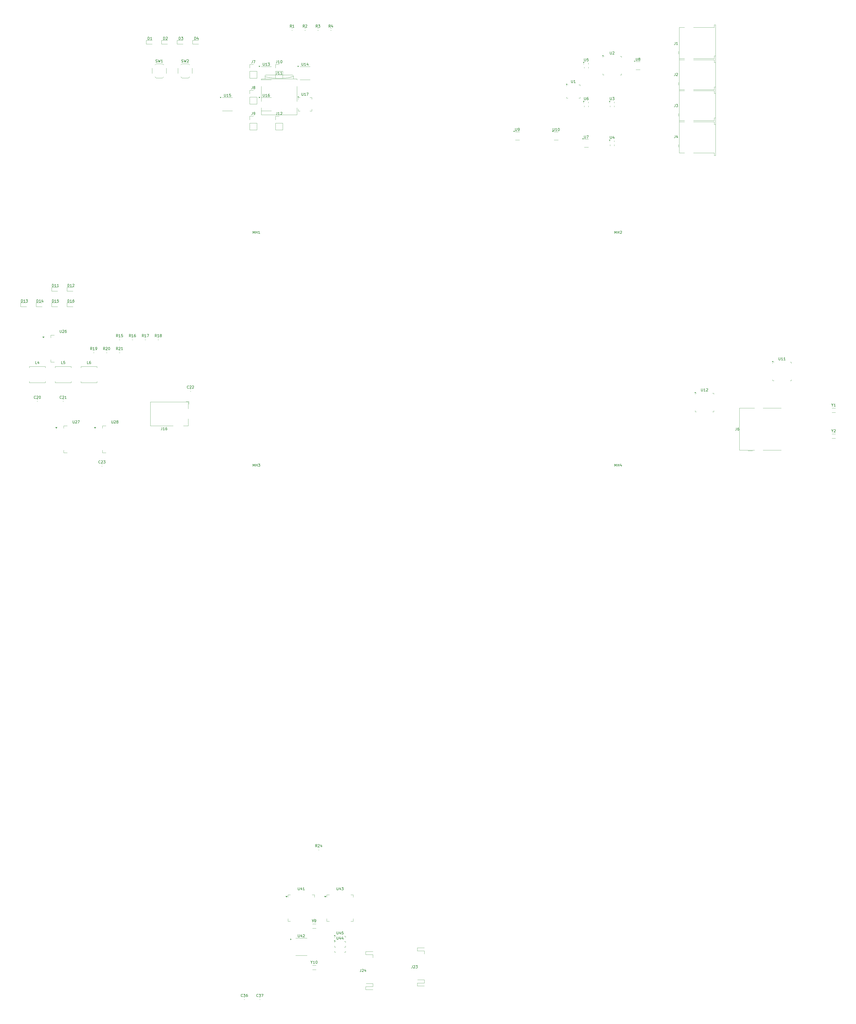
<source format=gto>
%TF.GenerationSoftware,KiCad,Pcbnew,9.0.6*%
%TF.CreationDate,2025-12-01T13:51:19+09:00*%
%TF.ProjectId,fcBoard,6663426f-6172-4642-9e6b-696361645f70,0.2*%
%TF.SameCoordinates,Original*%
%TF.FileFunction,Legend,Top*%
%TF.FilePolarity,Positive*%
%FSLAX46Y46*%
G04 Gerber Fmt 4.6, Leading zero omitted, Abs format (unit mm)*
G04 Created by KiCad (PCBNEW 9.0.6) date 2025-12-01 13:51:19*
%MOMM*%
%LPD*%
G01*
G04 APERTURE LIST*
%ADD10C,0.150000*%
%ADD11C,0.120000*%
G04 APERTURE END LIST*
D10*
X32040714Y-127969819D02*
X32040714Y-126969819D01*
X32040714Y-126969819D02*
X32278809Y-126969819D01*
X32278809Y-126969819D02*
X32421666Y-127017438D01*
X32421666Y-127017438D02*
X32516904Y-127112676D01*
X32516904Y-127112676D02*
X32564523Y-127207914D01*
X32564523Y-127207914D02*
X32612142Y-127398390D01*
X32612142Y-127398390D02*
X32612142Y-127541247D01*
X32612142Y-127541247D02*
X32564523Y-127731723D01*
X32564523Y-127731723D02*
X32516904Y-127826961D01*
X32516904Y-127826961D02*
X32421666Y-127922200D01*
X32421666Y-127922200D02*
X32278809Y-127969819D01*
X32278809Y-127969819D02*
X32040714Y-127969819D01*
X33564523Y-127969819D02*
X32993095Y-127969819D01*
X33278809Y-127969819D02*
X33278809Y-126969819D01*
X33278809Y-126969819D02*
X33183571Y-127112676D01*
X33183571Y-127112676D02*
X33088333Y-127207914D01*
X33088333Y-127207914D02*
X32993095Y-127255533D01*
X34421666Y-126969819D02*
X34231190Y-126969819D01*
X34231190Y-126969819D02*
X34135952Y-127017438D01*
X34135952Y-127017438D02*
X34088333Y-127065057D01*
X34088333Y-127065057D02*
X33993095Y-127207914D01*
X33993095Y-127207914D02*
X33945476Y-127398390D01*
X33945476Y-127398390D02*
X33945476Y-127779342D01*
X33945476Y-127779342D02*
X33993095Y-127874580D01*
X33993095Y-127874580D02*
X34040714Y-127922200D01*
X34040714Y-127922200D02*
X34135952Y-127969819D01*
X34135952Y-127969819D02*
X34326428Y-127969819D01*
X34326428Y-127969819D02*
X34421666Y-127922200D01*
X34421666Y-127922200D02*
X34469285Y-127874580D01*
X34469285Y-127874580D02*
X34516904Y-127779342D01*
X34516904Y-127779342D02*
X34516904Y-127541247D01*
X34516904Y-127541247D02*
X34469285Y-127446009D01*
X34469285Y-127446009D02*
X34421666Y-127398390D01*
X34421666Y-127398390D02*
X34326428Y-127350771D01*
X34326428Y-127350771D02*
X34135952Y-127350771D01*
X34135952Y-127350771D02*
X34040714Y-127398390D01*
X34040714Y-127398390D02*
X33993095Y-127446009D01*
X33993095Y-127446009D02*
X33945476Y-127541247D01*
X121131905Y-372394819D02*
X121131905Y-373204342D01*
X121131905Y-373204342D02*
X121179524Y-373299580D01*
X121179524Y-373299580D02*
X121227143Y-373347200D01*
X121227143Y-373347200D02*
X121322381Y-373394819D01*
X121322381Y-373394819D02*
X121512857Y-373394819D01*
X121512857Y-373394819D02*
X121608095Y-373347200D01*
X121608095Y-373347200D02*
X121655714Y-373299580D01*
X121655714Y-373299580D02*
X121703333Y-373204342D01*
X121703333Y-373204342D02*
X121703333Y-372394819D01*
X122608095Y-372728152D02*
X122608095Y-373394819D01*
X122370000Y-372347200D02*
X122131905Y-373061485D01*
X122131905Y-373061485D02*
X122750952Y-373061485D01*
X123084286Y-372490057D02*
X123131905Y-372442438D01*
X123131905Y-372442438D02*
X123227143Y-372394819D01*
X123227143Y-372394819D02*
X123465238Y-372394819D01*
X123465238Y-372394819D02*
X123560476Y-372442438D01*
X123560476Y-372442438D02*
X123608095Y-372490057D01*
X123608095Y-372490057D02*
X123655714Y-372585295D01*
X123655714Y-372585295D02*
X123655714Y-372680533D01*
X123655714Y-372680533D02*
X123608095Y-372823390D01*
X123608095Y-372823390D02*
X123036667Y-373394819D01*
X123036667Y-373394819D02*
X123655714Y-373394819D01*
X290766666Y-176504819D02*
X290766666Y-177219104D01*
X290766666Y-177219104D02*
X290719047Y-177361961D01*
X290719047Y-177361961D02*
X290623809Y-177457200D01*
X290623809Y-177457200D02*
X290480952Y-177504819D01*
X290480952Y-177504819D02*
X290385714Y-177504819D01*
X291671428Y-176504819D02*
X291480952Y-176504819D01*
X291480952Y-176504819D02*
X291385714Y-176552438D01*
X291385714Y-176552438D02*
X291338095Y-176600057D01*
X291338095Y-176600057D02*
X291242857Y-176742914D01*
X291242857Y-176742914D02*
X291195238Y-176933390D01*
X291195238Y-176933390D02*
X291195238Y-177314342D01*
X291195238Y-177314342D02*
X291242857Y-177409580D01*
X291242857Y-177409580D02*
X291290476Y-177457200D01*
X291290476Y-177457200D02*
X291385714Y-177504819D01*
X291385714Y-177504819D02*
X291576190Y-177504819D01*
X291576190Y-177504819D02*
X291671428Y-177457200D01*
X291671428Y-177457200D02*
X291719047Y-177409580D01*
X291719047Y-177409580D02*
X291766666Y-177314342D01*
X291766666Y-177314342D02*
X291766666Y-177076247D01*
X291766666Y-177076247D02*
X291719047Y-176981009D01*
X291719047Y-176981009D02*
X291671428Y-176933390D01*
X291671428Y-176933390D02*
X291576190Y-176885771D01*
X291576190Y-176885771D02*
X291385714Y-176885771D01*
X291385714Y-176885771D02*
X291290476Y-176933390D01*
X291290476Y-176933390D02*
X291242857Y-176981009D01*
X291242857Y-176981009D02*
X291195238Y-177076247D01*
X103491666Y-34519819D02*
X103491666Y-35234104D01*
X103491666Y-35234104D02*
X103444047Y-35376961D01*
X103444047Y-35376961D02*
X103348809Y-35472200D01*
X103348809Y-35472200D02*
X103205952Y-35519819D01*
X103205952Y-35519819D02*
X103110714Y-35519819D01*
X103872619Y-34519819D02*
X104539285Y-34519819D01*
X104539285Y-34519819D02*
X104110714Y-35519819D01*
X226908095Y-42134819D02*
X226908095Y-42944342D01*
X226908095Y-42944342D02*
X226955714Y-43039580D01*
X226955714Y-43039580D02*
X227003333Y-43087200D01*
X227003333Y-43087200D02*
X227098571Y-43134819D01*
X227098571Y-43134819D02*
X227289047Y-43134819D01*
X227289047Y-43134819D02*
X227384285Y-43087200D01*
X227384285Y-43087200D02*
X227431904Y-43039580D01*
X227431904Y-43039580D02*
X227479523Y-42944342D01*
X227479523Y-42944342D02*
X227479523Y-42134819D01*
X228479523Y-43134819D02*
X227908095Y-43134819D01*
X228193809Y-43134819D02*
X228193809Y-42134819D01*
X228193809Y-42134819D02*
X228098571Y-42277676D01*
X228098571Y-42277676D02*
X228003333Y-42372914D01*
X228003333Y-42372914D02*
X227908095Y-42420533D01*
X136131905Y-354194819D02*
X136131905Y-355004342D01*
X136131905Y-355004342D02*
X136179524Y-355099580D01*
X136179524Y-355099580D02*
X136227143Y-355147200D01*
X136227143Y-355147200D02*
X136322381Y-355194819D01*
X136322381Y-355194819D02*
X136512857Y-355194819D01*
X136512857Y-355194819D02*
X136608095Y-355147200D01*
X136608095Y-355147200D02*
X136655714Y-355099580D01*
X136655714Y-355099580D02*
X136703333Y-355004342D01*
X136703333Y-355004342D02*
X136703333Y-354194819D01*
X137608095Y-354528152D02*
X137608095Y-355194819D01*
X137370000Y-354147200D02*
X137131905Y-354861485D01*
X137131905Y-354861485D02*
X137750952Y-354861485D01*
X138036667Y-354194819D02*
X138655714Y-354194819D01*
X138655714Y-354194819D02*
X138322381Y-354575771D01*
X138322381Y-354575771D02*
X138465238Y-354575771D01*
X138465238Y-354575771D02*
X138560476Y-354623390D01*
X138560476Y-354623390D02*
X138608095Y-354671009D01*
X138608095Y-354671009D02*
X138655714Y-354766247D01*
X138655714Y-354766247D02*
X138655714Y-355004342D01*
X138655714Y-355004342D02*
X138608095Y-355099580D01*
X138608095Y-355099580D02*
X138560476Y-355147200D01*
X138560476Y-355147200D02*
X138465238Y-355194819D01*
X138465238Y-355194819D02*
X138179524Y-355194819D01*
X138179524Y-355194819D02*
X138084286Y-355147200D01*
X138084286Y-355147200D02*
X138036667Y-355099580D01*
X126417619Y-383118628D02*
X126417619Y-383594819D01*
X126084286Y-382594819D02*
X126417619Y-383118628D01*
X126417619Y-383118628D02*
X126750952Y-382594819D01*
X127608095Y-383594819D02*
X127036667Y-383594819D01*
X127322381Y-383594819D02*
X127322381Y-382594819D01*
X127322381Y-382594819D02*
X127227143Y-382737676D01*
X127227143Y-382737676D02*
X127131905Y-382832914D01*
X127131905Y-382832914D02*
X127036667Y-382880533D01*
X128227143Y-382594819D02*
X128322381Y-382594819D01*
X128322381Y-382594819D02*
X128417619Y-382642438D01*
X128417619Y-382642438D02*
X128465238Y-382690057D01*
X128465238Y-382690057D02*
X128512857Y-382785295D01*
X128512857Y-382785295D02*
X128560476Y-382975771D01*
X128560476Y-382975771D02*
X128560476Y-383213866D01*
X128560476Y-383213866D02*
X128512857Y-383404342D01*
X128512857Y-383404342D02*
X128465238Y-383499580D01*
X128465238Y-383499580D02*
X128417619Y-383547200D01*
X128417619Y-383547200D02*
X128322381Y-383594819D01*
X128322381Y-383594819D02*
X128227143Y-383594819D01*
X128227143Y-383594819D02*
X128131905Y-383547200D01*
X128131905Y-383547200D02*
X128084286Y-383499580D01*
X128084286Y-383499580D02*
X128036667Y-383404342D01*
X128036667Y-383404342D02*
X127989048Y-383213866D01*
X127989048Y-383213866D02*
X127989048Y-382975771D01*
X127989048Y-382975771D02*
X128036667Y-382785295D01*
X128036667Y-382785295D02*
X128084286Y-382690057D01*
X128084286Y-382690057D02*
X128131905Y-382642438D01*
X128131905Y-382642438D02*
X128227143Y-382594819D01*
X126893809Y-367118628D02*
X126893809Y-367594819D01*
X126560476Y-366594819D02*
X126893809Y-367118628D01*
X126893809Y-367118628D02*
X127227142Y-366594819D01*
X127608095Y-367594819D02*
X127798571Y-367594819D01*
X127798571Y-367594819D02*
X127893809Y-367547200D01*
X127893809Y-367547200D02*
X127941428Y-367499580D01*
X127941428Y-367499580D02*
X128036666Y-367356723D01*
X128036666Y-367356723D02*
X128084285Y-367166247D01*
X128084285Y-367166247D02*
X128084285Y-366785295D01*
X128084285Y-366785295D02*
X128036666Y-366690057D01*
X128036666Y-366690057D02*
X127989047Y-366642438D01*
X127989047Y-366642438D02*
X127893809Y-366594819D01*
X127893809Y-366594819D02*
X127703333Y-366594819D01*
X127703333Y-366594819D02*
X127608095Y-366642438D01*
X127608095Y-366642438D02*
X127560476Y-366690057D01*
X127560476Y-366690057D02*
X127512857Y-366785295D01*
X127512857Y-366785295D02*
X127512857Y-367023390D01*
X127512857Y-367023390D02*
X127560476Y-367118628D01*
X127560476Y-367118628D02*
X127608095Y-367166247D01*
X127608095Y-367166247D02*
X127703333Y-367213866D01*
X127703333Y-367213866D02*
X127893809Y-367213866D01*
X127893809Y-367213866D02*
X127989047Y-367166247D01*
X127989047Y-367166247D02*
X128036666Y-367118628D01*
X128036666Y-367118628D02*
X128084285Y-367023390D01*
X251908095Y-33564819D02*
X251908095Y-34374342D01*
X251908095Y-34374342D02*
X251955714Y-34469580D01*
X251955714Y-34469580D02*
X252003333Y-34517200D01*
X252003333Y-34517200D02*
X252098571Y-34564819D01*
X252098571Y-34564819D02*
X252289047Y-34564819D01*
X252289047Y-34564819D02*
X252384285Y-34517200D01*
X252384285Y-34517200D02*
X252431904Y-34469580D01*
X252431904Y-34469580D02*
X252479523Y-34374342D01*
X252479523Y-34374342D02*
X252479523Y-33564819D01*
X253098571Y-33993390D02*
X253003333Y-33945771D01*
X253003333Y-33945771D02*
X252955714Y-33898152D01*
X252955714Y-33898152D02*
X252908095Y-33802914D01*
X252908095Y-33802914D02*
X252908095Y-33755295D01*
X252908095Y-33755295D02*
X252955714Y-33660057D01*
X252955714Y-33660057D02*
X253003333Y-33612438D01*
X253003333Y-33612438D02*
X253098571Y-33564819D01*
X253098571Y-33564819D02*
X253289047Y-33564819D01*
X253289047Y-33564819D02*
X253384285Y-33612438D01*
X253384285Y-33612438D02*
X253431904Y-33660057D01*
X253431904Y-33660057D02*
X253479523Y-33755295D01*
X253479523Y-33755295D02*
X253479523Y-33802914D01*
X253479523Y-33802914D02*
X253431904Y-33898152D01*
X253431904Y-33898152D02*
X253384285Y-33945771D01*
X253384285Y-33945771D02*
X253289047Y-33993390D01*
X253289047Y-33993390D02*
X253098571Y-33993390D01*
X253098571Y-33993390D02*
X253003333Y-34041009D01*
X253003333Y-34041009D02*
X252955714Y-34088628D01*
X252955714Y-34088628D02*
X252908095Y-34183866D01*
X252908095Y-34183866D02*
X252908095Y-34374342D01*
X252908095Y-34374342D02*
X252955714Y-34469580D01*
X252955714Y-34469580D02*
X253003333Y-34517200D01*
X253003333Y-34517200D02*
X253098571Y-34564819D01*
X253098571Y-34564819D02*
X253289047Y-34564819D01*
X253289047Y-34564819D02*
X253384285Y-34517200D01*
X253384285Y-34517200D02*
X253431904Y-34469580D01*
X253431904Y-34469580D02*
X253479523Y-34374342D01*
X253479523Y-34374342D02*
X253479523Y-34183866D01*
X253479523Y-34183866D02*
X253431904Y-34088628D01*
X253431904Y-34088628D02*
X253384285Y-34041009D01*
X253384285Y-34041009D02*
X253289047Y-33993390D01*
X133658333Y-21729819D02*
X133325000Y-21253628D01*
X133086905Y-21729819D02*
X133086905Y-20729819D01*
X133086905Y-20729819D02*
X133467857Y-20729819D01*
X133467857Y-20729819D02*
X133563095Y-20777438D01*
X133563095Y-20777438D02*
X133610714Y-20825057D01*
X133610714Y-20825057D02*
X133658333Y-20920295D01*
X133658333Y-20920295D02*
X133658333Y-21063152D01*
X133658333Y-21063152D02*
X133610714Y-21158390D01*
X133610714Y-21158390D02*
X133563095Y-21206009D01*
X133563095Y-21206009D02*
X133467857Y-21253628D01*
X133467857Y-21253628D02*
X133086905Y-21253628D01*
X134515476Y-21063152D02*
X134515476Y-21729819D01*
X134277381Y-20682200D02*
X134039286Y-21396485D01*
X134039286Y-21396485D02*
X134658333Y-21396485D01*
X327923809Y-177718628D02*
X327923809Y-178194819D01*
X327590476Y-177194819D02*
X327923809Y-177718628D01*
X327923809Y-177718628D02*
X328257142Y-177194819D01*
X328542857Y-177290057D02*
X328590476Y-177242438D01*
X328590476Y-177242438D02*
X328685714Y-177194819D01*
X328685714Y-177194819D02*
X328923809Y-177194819D01*
X328923809Y-177194819D02*
X329019047Y-177242438D01*
X329019047Y-177242438D02*
X329066666Y-177290057D01*
X329066666Y-177290057D02*
X329114285Y-177385295D01*
X329114285Y-177385295D02*
X329114285Y-177480533D01*
X329114285Y-177480533D02*
X329066666Y-177623390D01*
X329066666Y-177623390D02*
X328495238Y-178194819D01*
X328495238Y-178194819D02*
X329114285Y-178194819D01*
X46412142Y-146399819D02*
X46078809Y-145923628D01*
X45840714Y-146399819D02*
X45840714Y-145399819D01*
X45840714Y-145399819D02*
X46221666Y-145399819D01*
X46221666Y-145399819D02*
X46316904Y-145447438D01*
X46316904Y-145447438D02*
X46364523Y-145495057D01*
X46364523Y-145495057D02*
X46412142Y-145590295D01*
X46412142Y-145590295D02*
X46412142Y-145733152D01*
X46412142Y-145733152D02*
X46364523Y-145828390D01*
X46364523Y-145828390D02*
X46316904Y-145876009D01*
X46316904Y-145876009D02*
X46221666Y-145923628D01*
X46221666Y-145923628D02*
X45840714Y-145923628D01*
X46793095Y-145495057D02*
X46840714Y-145447438D01*
X46840714Y-145447438D02*
X46935952Y-145399819D01*
X46935952Y-145399819D02*
X47174047Y-145399819D01*
X47174047Y-145399819D02*
X47269285Y-145447438D01*
X47269285Y-145447438D02*
X47316904Y-145495057D01*
X47316904Y-145495057D02*
X47364523Y-145590295D01*
X47364523Y-145590295D02*
X47364523Y-145685533D01*
X47364523Y-145685533D02*
X47316904Y-145828390D01*
X47316904Y-145828390D02*
X46745476Y-146399819D01*
X46745476Y-146399819D02*
X47364523Y-146399819D01*
X47983571Y-145399819D02*
X48078809Y-145399819D01*
X48078809Y-145399819D02*
X48174047Y-145447438D01*
X48174047Y-145447438D02*
X48221666Y-145495057D01*
X48221666Y-145495057D02*
X48269285Y-145590295D01*
X48269285Y-145590295D02*
X48316904Y-145780771D01*
X48316904Y-145780771D02*
X48316904Y-146018866D01*
X48316904Y-146018866D02*
X48269285Y-146209342D01*
X48269285Y-146209342D02*
X48221666Y-146304580D01*
X48221666Y-146304580D02*
X48174047Y-146352200D01*
X48174047Y-146352200D02*
X48078809Y-146399819D01*
X48078809Y-146399819D02*
X47983571Y-146399819D01*
X47983571Y-146399819D02*
X47888333Y-146352200D01*
X47888333Y-146352200D02*
X47840714Y-146304580D01*
X47840714Y-146304580D02*
X47793095Y-146209342D01*
X47793095Y-146209342D02*
X47745476Y-146018866D01*
X47745476Y-146018866D02*
X47745476Y-145780771D01*
X47745476Y-145780771D02*
X47793095Y-145590295D01*
X47793095Y-145590295D02*
X47840714Y-145495057D01*
X47840714Y-145495057D02*
X47888333Y-145447438D01*
X47888333Y-145447438D02*
X47983571Y-145399819D01*
X128658333Y-21729819D02*
X128325000Y-21253628D01*
X128086905Y-21729819D02*
X128086905Y-20729819D01*
X128086905Y-20729819D02*
X128467857Y-20729819D01*
X128467857Y-20729819D02*
X128563095Y-20777438D01*
X128563095Y-20777438D02*
X128610714Y-20825057D01*
X128610714Y-20825057D02*
X128658333Y-20920295D01*
X128658333Y-20920295D02*
X128658333Y-21063152D01*
X128658333Y-21063152D02*
X128610714Y-21158390D01*
X128610714Y-21158390D02*
X128563095Y-21206009D01*
X128563095Y-21206009D02*
X128467857Y-21253628D01*
X128467857Y-21253628D02*
X128086905Y-21253628D01*
X128991667Y-20729819D02*
X129610714Y-20729819D01*
X129610714Y-20729819D02*
X129277381Y-21110771D01*
X129277381Y-21110771D02*
X129420238Y-21110771D01*
X129420238Y-21110771D02*
X129515476Y-21158390D01*
X129515476Y-21158390D02*
X129563095Y-21206009D01*
X129563095Y-21206009D02*
X129610714Y-21301247D01*
X129610714Y-21301247D02*
X129610714Y-21539342D01*
X129610714Y-21539342D02*
X129563095Y-21634580D01*
X129563095Y-21634580D02*
X129515476Y-21682200D01*
X129515476Y-21682200D02*
X129420238Y-21729819D01*
X129420238Y-21729819D02*
X129134524Y-21729819D01*
X129134524Y-21729819D02*
X129039286Y-21682200D01*
X129039286Y-21682200D02*
X128991667Y-21634580D01*
X123658333Y-21729819D02*
X123325000Y-21253628D01*
X123086905Y-21729819D02*
X123086905Y-20729819D01*
X123086905Y-20729819D02*
X123467857Y-20729819D01*
X123467857Y-20729819D02*
X123563095Y-20777438D01*
X123563095Y-20777438D02*
X123610714Y-20825057D01*
X123610714Y-20825057D02*
X123658333Y-20920295D01*
X123658333Y-20920295D02*
X123658333Y-21063152D01*
X123658333Y-21063152D02*
X123610714Y-21158390D01*
X123610714Y-21158390D02*
X123563095Y-21206009D01*
X123563095Y-21206009D02*
X123467857Y-21253628D01*
X123467857Y-21253628D02*
X123086905Y-21253628D01*
X124039286Y-20825057D02*
X124086905Y-20777438D01*
X124086905Y-20777438D02*
X124182143Y-20729819D01*
X124182143Y-20729819D02*
X124420238Y-20729819D01*
X124420238Y-20729819D02*
X124515476Y-20777438D01*
X124515476Y-20777438D02*
X124563095Y-20825057D01*
X124563095Y-20825057D02*
X124610714Y-20920295D01*
X124610714Y-20920295D02*
X124610714Y-21015533D01*
X124610714Y-21015533D02*
X124563095Y-21158390D01*
X124563095Y-21158390D02*
X123991667Y-21729819D01*
X123991667Y-21729819D02*
X124610714Y-21729819D01*
X68510476Y-176354819D02*
X68510476Y-177069104D01*
X68510476Y-177069104D02*
X68462857Y-177211961D01*
X68462857Y-177211961D02*
X68367619Y-177307200D01*
X68367619Y-177307200D02*
X68224762Y-177354819D01*
X68224762Y-177354819D02*
X68129524Y-177354819D01*
X69510476Y-177354819D02*
X68939048Y-177354819D01*
X69224762Y-177354819D02*
X69224762Y-176354819D01*
X69224762Y-176354819D02*
X69129524Y-176497676D01*
X69129524Y-176497676D02*
X69034286Y-176592914D01*
X69034286Y-176592914D02*
X68939048Y-176640533D01*
X70367619Y-176354819D02*
X70177143Y-176354819D01*
X70177143Y-176354819D02*
X70081905Y-176402438D01*
X70081905Y-176402438D02*
X70034286Y-176450057D01*
X70034286Y-176450057D02*
X69939048Y-176592914D01*
X69939048Y-176592914D02*
X69891429Y-176783390D01*
X69891429Y-176783390D02*
X69891429Y-177164342D01*
X69891429Y-177164342D02*
X69939048Y-177259580D01*
X69939048Y-177259580D02*
X69986667Y-177307200D01*
X69986667Y-177307200D02*
X70081905Y-177354819D01*
X70081905Y-177354819D02*
X70272381Y-177354819D01*
X70272381Y-177354819D02*
X70367619Y-177307200D01*
X70367619Y-177307200D02*
X70415238Y-177259580D01*
X70415238Y-177259580D02*
X70462857Y-177164342D01*
X70462857Y-177164342D02*
X70462857Y-176926247D01*
X70462857Y-176926247D02*
X70415238Y-176831009D01*
X70415238Y-176831009D02*
X70367619Y-176783390D01*
X70367619Y-176783390D02*
X70272381Y-176735771D01*
X70272381Y-176735771D02*
X70081905Y-176735771D01*
X70081905Y-176735771D02*
X69986667Y-176783390D01*
X69986667Y-176783390D02*
X69939048Y-176831009D01*
X69939048Y-176831009D02*
X69891429Y-176926247D01*
X29016905Y-138749819D02*
X29016905Y-139559342D01*
X29016905Y-139559342D02*
X29064524Y-139654580D01*
X29064524Y-139654580D02*
X29112143Y-139702200D01*
X29112143Y-139702200D02*
X29207381Y-139749819D01*
X29207381Y-139749819D02*
X29397857Y-139749819D01*
X29397857Y-139749819D02*
X29493095Y-139702200D01*
X29493095Y-139702200D02*
X29540714Y-139654580D01*
X29540714Y-139654580D02*
X29588333Y-139559342D01*
X29588333Y-139559342D02*
X29588333Y-138749819D01*
X30016905Y-138845057D02*
X30064524Y-138797438D01*
X30064524Y-138797438D02*
X30159762Y-138749819D01*
X30159762Y-138749819D02*
X30397857Y-138749819D01*
X30397857Y-138749819D02*
X30493095Y-138797438D01*
X30493095Y-138797438D02*
X30540714Y-138845057D01*
X30540714Y-138845057D02*
X30588333Y-138940295D01*
X30588333Y-138940295D02*
X30588333Y-139035533D01*
X30588333Y-139035533D02*
X30540714Y-139178390D01*
X30540714Y-139178390D02*
X29969286Y-139749819D01*
X29969286Y-139749819D02*
X30588333Y-139749819D01*
X31445476Y-138749819D02*
X31255000Y-138749819D01*
X31255000Y-138749819D02*
X31159762Y-138797438D01*
X31159762Y-138797438D02*
X31112143Y-138845057D01*
X31112143Y-138845057D02*
X31016905Y-138987914D01*
X31016905Y-138987914D02*
X30969286Y-139178390D01*
X30969286Y-139178390D02*
X30969286Y-139559342D01*
X30969286Y-139559342D02*
X31016905Y-139654580D01*
X31016905Y-139654580D02*
X31064524Y-139702200D01*
X31064524Y-139702200D02*
X31159762Y-139749819D01*
X31159762Y-139749819D02*
X31350238Y-139749819D01*
X31350238Y-139749819D02*
X31445476Y-139702200D01*
X31445476Y-139702200D02*
X31493095Y-139654580D01*
X31493095Y-139654580D02*
X31540714Y-139559342D01*
X31540714Y-139559342D02*
X31540714Y-139321247D01*
X31540714Y-139321247D02*
X31493095Y-139226009D01*
X31493095Y-139226009D02*
X31445476Y-139178390D01*
X31445476Y-139178390D02*
X31350238Y-139130771D01*
X31350238Y-139130771D02*
X31159762Y-139130771D01*
X31159762Y-139130771D02*
X31064524Y-139178390D01*
X31064524Y-139178390D02*
X31016905Y-139226009D01*
X31016905Y-139226009D02*
X30969286Y-139321247D01*
X118658333Y-21729819D02*
X118325000Y-21253628D01*
X118086905Y-21729819D02*
X118086905Y-20729819D01*
X118086905Y-20729819D02*
X118467857Y-20729819D01*
X118467857Y-20729819D02*
X118563095Y-20777438D01*
X118563095Y-20777438D02*
X118610714Y-20825057D01*
X118610714Y-20825057D02*
X118658333Y-20920295D01*
X118658333Y-20920295D02*
X118658333Y-21063152D01*
X118658333Y-21063152D02*
X118610714Y-21158390D01*
X118610714Y-21158390D02*
X118563095Y-21206009D01*
X118563095Y-21206009D02*
X118467857Y-21253628D01*
X118467857Y-21253628D02*
X118086905Y-21253628D01*
X119610714Y-21729819D02*
X119039286Y-21729819D01*
X119325000Y-21729819D02*
X119325000Y-20729819D01*
X119325000Y-20729819D02*
X119229762Y-20872676D01*
X119229762Y-20872676D02*
X119134524Y-20967914D01*
X119134524Y-20967914D02*
X119039286Y-21015533D01*
X327923809Y-167718628D02*
X327923809Y-168194819D01*
X327590476Y-167194819D02*
X327923809Y-167718628D01*
X327923809Y-167718628D02*
X328257142Y-167194819D01*
X329114285Y-168194819D02*
X328542857Y-168194819D01*
X328828571Y-168194819D02*
X328828571Y-167194819D01*
X328828571Y-167194819D02*
X328733333Y-167337676D01*
X328733333Y-167337676D02*
X328638095Y-167432914D01*
X328638095Y-167432914D02*
X328542857Y-167480533D01*
X113015476Y-34519819D02*
X113015476Y-35234104D01*
X113015476Y-35234104D02*
X112967857Y-35376961D01*
X112967857Y-35376961D02*
X112872619Y-35472200D01*
X112872619Y-35472200D02*
X112729762Y-35519819D01*
X112729762Y-35519819D02*
X112634524Y-35519819D01*
X114015476Y-35519819D02*
X113444048Y-35519819D01*
X113729762Y-35519819D02*
X113729762Y-34519819D01*
X113729762Y-34519819D02*
X113634524Y-34662676D01*
X113634524Y-34662676D02*
X113539286Y-34757914D01*
X113539286Y-34757914D02*
X113444048Y-34805533D01*
X114634524Y-34519819D02*
X114729762Y-34519819D01*
X114729762Y-34519819D02*
X114825000Y-34567438D01*
X114825000Y-34567438D02*
X114872619Y-34615057D01*
X114872619Y-34615057D02*
X114920238Y-34710295D01*
X114920238Y-34710295D02*
X114967857Y-34900771D01*
X114967857Y-34900771D02*
X114967857Y-35138866D01*
X114967857Y-35138866D02*
X114920238Y-35329342D01*
X114920238Y-35329342D02*
X114872619Y-35424580D01*
X114872619Y-35424580D02*
X114825000Y-35472200D01*
X114825000Y-35472200D02*
X114729762Y-35519819D01*
X114729762Y-35519819D02*
X114634524Y-35519819D01*
X114634524Y-35519819D02*
X114539286Y-35472200D01*
X114539286Y-35472200D02*
X114491667Y-35424580D01*
X114491667Y-35424580D02*
X114444048Y-35329342D01*
X114444048Y-35329342D02*
X114396429Y-35138866D01*
X114396429Y-35138866D02*
X114396429Y-34900771D01*
X114396429Y-34900771D02*
X114444048Y-34710295D01*
X114444048Y-34710295D02*
X114491667Y-34615057D01*
X114491667Y-34615057D02*
X114539286Y-34567438D01*
X114539286Y-34567438D02*
X114634524Y-34519819D01*
X113015476Y-54519819D02*
X113015476Y-55234104D01*
X113015476Y-55234104D02*
X112967857Y-55376961D01*
X112967857Y-55376961D02*
X112872619Y-55472200D01*
X112872619Y-55472200D02*
X112729762Y-55519819D01*
X112729762Y-55519819D02*
X112634524Y-55519819D01*
X114015476Y-55519819D02*
X113444048Y-55519819D01*
X113729762Y-55519819D02*
X113729762Y-54519819D01*
X113729762Y-54519819D02*
X113634524Y-54662676D01*
X113634524Y-54662676D02*
X113539286Y-54757914D01*
X113539286Y-54757914D02*
X113444048Y-54805533D01*
X114396429Y-54615057D02*
X114444048Y-54567438D01*
X114444048Y-54567438D02*
X114539286Y-54519819D01*
X114539286Y-54519819D02*
X114777381Y-54519819D01*
X114777381Y-54519819D02*
X114872619Y-54567438D01*
X114872619Y-54567438D02*
X114920238Y-54615057D01*
X114920238Y-54615057D02*
X114967857Y-54710295D01*
X114967857Y-54710295D02*
X114967857Y-54805533D01*
X114967857Y-54805533D02*
X114920238Y-54948390D01*
X114920238Y-54948390D02*
X114348810Y-55519819D01*
X114348810Y-55519819D02*
X114967857Y-55519819D01*
X40088333Y-151799819D02*
X39612143Y-151799819D01*
X39612143Y-151799819D02*
X39612143Y-150799819D01*
X40850238Y-150799819D02*
X40659762Y-150799819D01*
X40659762Y-150799819D02*
X40564524Y-150847438D01*
X40564524Y-150847438D02*
X40516905Y-150895057D01*
X40516905Y-150895057D02*
X40421667Y-151037914D01*
X40421667Y-151037914D02*
X40374048Y-151228390D01*
X40374048Y-151228390D02*
X40374048Y-151609342D01*
X40374048Y-151609342D02*
X40421667Y-151704580D01*
X40421667Y-151704580D02*
X40469286Y-151752200D01*
X40469286Y-151752200D02*
X40564524Y-151799819D01*
X40564524Y-151799819D02*
X40755000Y-151799819D01*
X40755000Y-151799819D02*
X40850238Y-151752200D01*
X40850238Y-151752200D02*
X40897857Y-151704580D01*
X40897857Y-151704580D02*
X40945476Y-151609342D01*
X40945476Y-151609342D02*
X40945476Y-151371247D01*
X40945476Y-151371247D02*
X40897857Y-151276009D01*
X40897857Y-151276009D02*
X40850238Y-151228390D01*
X40850238Y-151228390D02*
X40755000Y-151180771D01*
X40755000Y-151180771D02*
X40564524Y-151180771D01*
X40564524Y-151180771D02*
X40469286Y-151228390D01*
X40469286Y-151228390D02*
X40421667Y-151276009D01*
X40421667Y-151276009D02*
X40374048Y-151371247D01*
X32040714Y-121969819D02*
X32040714Y-120969819D01*
X32040714Y-120969819D02*
X32278809Y-120969819D01*
X32278809Y-120969819D02*
X32421666Y-121017438D01*
X32421666Y-121017438D02*
X32516904Y-121112676D01*
X32516904Y-121112676D02*
X32564523Y-121207914D01*
X32564523Y-121207914D02*
X32612142Y-121398390D01*
X32612142Y-121398390D02*
X32612142Y-121541247D01*
X32612142Y-121541247D02*
X32564523Y-121731723D01*
X32564523Y-121731723D02*
X32516904Y-121826961D01*
X32516904Y-121826961D02*
X32421666Y-121922200D01*
X32421666Y-121922200D02*
X32278809Y-121969819D01*
X32278809Y-121969819D02*
X32040714Y-121969819D01*
X33564523Y-121969819D02*
X32993095Y-121969819D01*
X33278809Y-121969819D02*
X33278809Y-120969819D01*
X33278809Y-120969819D02*
X33183571Y-121112676D01*
X33183571Y-121112676D02*
X33088333Y-121207914D01*
X33088333Y-121207914D02*
X32993095Y-121255533D01*
X33945476Y-121065057D02*
X33993095Y-121017438D01*
X33993095Y-121017438D02*
X34088333Y-120969819D01*
X34088333Y-120969819D02*
X34326428Y-120969819D01*
X34326428Y-120969819D02*
X34421666Y-121017438D01*
X34421666Y-121017438D02*
X34469285Y-121065057D01*
X34469285Y-121065057D02*
X34516904Y-121160295D01*
X34516904Y-121160295D02*
X34516904Y-121255533D01*
X34516904Y-121255533D02*
X34469285Y-121398390D01*
X34469285Y-121398390D02*
X33897857Y-121969819D01*
X33897857Y-121969819D02*
X34516904Y-121969819D01*
X107586905Y-35499819D02*
X107586905Y-36309342D01*
X107586905Y-36309342D02*
X107634524Y-36404580D01*
X107634524Y-36404580D02*
X107682143Y-36452200D01*
X107682143Y-36452200D02*
X107777381Y-36499819D01*
X107777381Y-36499819D02*
X107967857Y-36499819D01*
X107967857Y-36499819D02*
X108063095Y-36452200D01*
X108063095Y-36452200D02*
X108110714Y-36404580D01*
X108110714Y-36404580D02*
X108158333Y-36309342D01*
X108158333Y-36309342D02*
X108158333Y-35499819D01*
X109158333Y-36499819D02*
X108586905Y-36499819D01*
X108872619Y-36499819D02*
X108872619Y-35499819D01*
X108872619Y-35499819D02*
X108777381Y-35642676D01*
X108777381Y-35642676D02*
X108682143Y-35737914D01*
X108682143Y-35737914D02*
X108586905Y-35785533D01*
X109491667Y-35499819D02*
X110110714Y-35499819D01*
X110110714Y-35499819D02*
X109777381Y-35880771D01*
X109777381Y-35880771D02*
X109920238Y-35880771D01*
X109920238Y-35880771D02*
X110015476Y-35928390D01*
X110015476Y-35928390D02*
X110063095Y-35976009D01*
X110063095Y-35976009D02*
X110110714Y-36071247D01*
X110110714Y-36071247D02*
X110110714Y-36309342D01*
X110110714Y-36309342D02*
X110063095Y-36404580D01*
X110063095Y-36404580D02*
X110015476Y-36452200D01*
X110015476Y-36452200D02*
X109920238Y-36499819D01*
X109920238Y-36499819D02*
X109634524Y-36499819D01*
X109634524Y-36499819D02*
X109539286Y-36452200D01*
X109539286Y-36452200D02*
X109491667Y-36404580D01*
X205240595Y-60734819D02*
X205240595Y-61544342D01*
X205240595Y-61544342D02*
X205288214Y-61639580D01*
X205288214Y-61639580D02*
X205335833Y-61687200D01*
X205335833Y-61687200D02*
X205431071Y-61734819D01*
X205431071Y-61734819D02*
X205621547Y-61734819D01*
X205621547Y-61734819D02*
X205716785Y-61687200D01*
X205716785Y-61687200D02*
X205764404Y-61639580D01*
X205764404Y-61639580D02*
X205812023Y-61544342D01*
X205812023Y-61544342D02*
X205812023Y-60734819D01*
X206335833Y-61734819D02*
X206526309Y-61734819D01*
X206526309Y-61734819D02*
X206621547Y-61687200D01*
X206621547Y-61687200D02*
X206669166Y-61639580D01*
X206669166Y-61639580D02*
X206764404Y-61496723D01*
X206764404Y-61496723D02*
X206812023Y-61306247D01*
X206812023Y-61306247D02*
X206812023Y-60925295D01*
X206812023Y-60925295D02*
X206764404Y-60830057D01*
X206764404Y-60830057D02*
X206716785Y-60782438D01*
X206716785Y-60782438D02*
X206621547Y-60734819D01*
X206621547Y-60734819D02*
X206431071Y-60734819D01*
X206431071Y-60734819D02*
X206335833Y-60782438D01*
X206335833Y-60782438D02*
X206288214Y-60830057D01*
X206288214Y-60830057D02*
X206240595Y-60925295D01*
X206240595Y-60925295D02*
X206240595Y-61163390D01*
X206240595Y-61163390D02*
X206288214Y-61258628D01*
X206288214Y-61258628D02*
X206335833Y-61306247D01*
X206335833Y-61306247D02*
X206431071Y-61353866D01*
X206431071Y-61353866D02*
X206621547Y-61353866D01*
X206621547Y-61353866D02*
X206716785Y-61306247D01*
X206716785Y-61306247D02*
X206764404Y-61258628D01*
X206764404Y-61258628D02*
X206812023Y-61163390D01*
X30088333Y-151799819D02*
X29612143Y-151799819D01*
X29612143Y-151799819D02*
X29612143Y-150799819D01*
X30897857Y-150799819D02*
X30421667Y-150799819D01*
X30421667Y-150799819D02*
X30374048Y-151276009D01*
X30374048Y-151276009D02*
X30421667Y-151228390D01*
X30421667Y-151228390D02*
X30516905Y-151180771D01*
X30516905Y-151180771D02*
X30755000Y-151180771D01*
X30755000Y-151180771D02*
X30850238Y-151228390D01*
X30850238Y-151228390D02*
X30897857Y-151276009D01*
X30897857Y-151276009D02*
X30945476Y-151371247D01*
X30945476Y-151371247D02*
X30945476Y-151609342D01*
X30945476Y-151609342D02*
X30897857Y-151704580D01*
X30897857Y-151704580D02*
X30850238Y-151752200D01*
X30850238Y-151752200D02*
X30755000Y-151799819D01*
X30755000Y-151799819D02*
X30516905Y-151799819D01*
X30516905Y-151799819D02*
X30421667Y-151752200D01*
X30421667Y-151752200D02*
X30374048Y-151704580D01*
X26040714Y-121969819D02*
X26040714Y-120969819D01*
X26040714Y-120969819D02*
X26278809Y-120969819D01*
X26278809Y-120969819D02*
X26421666Y-121017438D01*
X26421666Y-121017438D02*
X26516904Y-121112676D01*
X26516904Y-121112676D02*
X26564523Y-121207914D01*
X26564523Y-121207914D02*
X26612142Y-121398390D01*
X26612142Y-121398390D02*
X26612142Y-121541247D01*
X26612142Y-121541247D02*
X26564523Y-121731723D01*
X26564523Y-121731723D02*
X26516904Y-121826961D01*
X26516904Y-121826961D02*
X26421666Y-121922200D01*
X26421666Y-121922200D02*
X26278809Y-121969819D01*
X26278809Y-121969819D02*
X26040714Y-121969819D01*
X27564523Y-121969819D02*
X26993095Y-121969819D01*
X27278809Y-121969819D02*
X27278809Y-120969819D01*
X27278809Y-120969819D02*
X27183571Y-121112676D01*
X27183571Y-121112676D02*
X27088333Y-121207914D01*
X27088333Y-121207914D02*
X26993095Y-121255533D01*
X28516904Y-121969819D02*
X27945476Y-121969819D01*
X28231190Y-121969819D02*
X28231190Y-120969819D01*
X28231190Y-120969819D02*
X28135952Y-121112676D01*
X28135952Y-121112676D02*
X28040714Y-121207914D01*
X28040714Y-121207914D02*
X27945476Y-121255533D01*
X267076666Y-63464819D02*
X267076666Y-64179104D01*
X267076666Y-64179104D02*
X267029047Y-64321961D01*
X267029047Y-64321961D02*
X266933809Y-64417200D01*
X266933809Y-64417200D02*
X266790952Y-64464819D01*
X266790952Y-64464819D02*
X266695714Y-64464819D01*
X267981428Y-63798152D02*
X267981428Y-64464819D01*
X267743333Y-63417200D02*
X267505238Y-64131485D01*
X267505238Y-64131485D02*
X268124285Y-64131485D01*
X105727142Y-396339580D02*
X105679523Y-396387200D01*
X105679523Y-396387200D02*
X105536666Y-396434819D01*
X105536666Y-396434819D02*
X105441428Y-396434819D01*
X105441428Y-396434819D02*
X105298571Y-396387200D01*
X105298571Y-396387200D02*
X105203333Y-396291961D01*
X105203333Y-396291961D02*
X105155714Y-396196723D01*
X105155714Y-396196723D02*
X105108095Y-396006247D01*
X105108095Y-396006247D02*
X105108095Y-395863390D01*
X105108095Y-395863390D02*
X105155714Y-395672914D01*
X105155714Y-395672914D02*
X105203333Y-395577676D01*
X105203333Y-395577676D02*
X105298571Y-395482438D01*
X105298571Y-395482438D02*
X105441428Y-395434819D01*
X105441428Y-395434819D02*
X105536666Y-395434819D01*
X105536666Y-395434819D02*
X105679523Y-395482438D01*
X105679523Y-395482438D02*
X105727142Y-395530057D01*
X106060476Y-395434819D02*
X106679523Y-395434819D01*
X106679523Y-395434819D02*
X106346190Y-395815771D01*
X106346190Y-395815771D02*
X106489047Y-395815771D01*
X106489047Y-395815771D02*
X106584285Y-395863390D01*
X106584285Y-395863390D02*
X106631904Y-395911009D01*
X106631904Y-395911009D02*
X106679523Y-396006247D01*
X106679523Y-396006247D02*
X106679523Y-396244342D01*
X106679523Y-396244342D02*
X106631904Y-396339580D01*
X106631904Y-396339580D02*
X106584285Y-396387200D01*
X106584285Y-396387200D02*
X106489047Y-396434819D01*
X106489047Y-396434819D02*
X106203333Y-396434819D01*
X106203333Y-396434819D02*
X106108095Y-396387200D01*
X106108095Y-396387200D02*
X106060476Y-396339580D01*
X107012857Y-395434819D02*
X107679523Y-395434819D01*
X107679523Y-395434819D02*
X107250952Y-396434819D01*
X44612142Y-190144580D02*
X44564523Y-190192200D01*
X44564523Y-190192200D02*
X44421666Y-190239819D01*
X44421666Y-190239819D02*
X44326428Y-190239819D01*
X44326428Y-190239819D02*
X44183571Y-190192200D01*
X44183571Y-190192200D02*
X44088333Y-190096961D01*
X44088333Y-190096961D02*
X44040714Y-190001723D01*
X44040714Y-190001723D02*
X43993095Y-189811247D01*
X43993095Y-189811247D02*
X43993095Y-189668390D01*
X43993095Y-189668390D02*
X44040714Y-189477914D01*
X44040714Y-189477914D02*
X44088333Y-189382676D01*
X44088333Y-189382676D02*
X44183571Y-189287438D01*
X44183571Y-189287438D02*
X44326428Y-189239819D01*
X44326428Y-189239819D02*
X44421666Y-189239819D01*
X44421666Y-189239819D02*
X44564523Y-189287438D01*
X44564523Y-189287438D02*
X44612142Y-189335057D01*
X44993095Y-189335057D02*
X45040714Y-189287438D01*
X45040714Y-189287438D02*
X45135952Y-189239819D01*
X45135952Y-189239819D02*
X45374047Y-189239819D01*
X45374047Y-189239819D02*
X45469285Y-189287438D01*
X45469285Y-189287438D02*
X45516904Y-189335057D01*
X45516904Y-189335057D02*
X45564523Y-189430295D01*
X45564523Y-189430295D02*
X45564523Y-189525533D01*
X45564523Y-189525533D02*
X45516904Y-189668390D01*
X45516904Y-189668390D02*
X44945476Y-190239819D01*
X44945476Y-190239819D02*
X45564523Y-190239819D01*
X45897857Y-189239819D02*
X46516904Y-189239819D01*
X46516904Y-189239819D02*
X46183571Y-189620771D01*
X46183571Y-189620771D02*
X46326428Y-189620771D01*
X46326428Y-189620771D02*
X46421666Y-189668390D01*
X46421666Y-189668390D02*
X46469285Y-189716009D01*
X46469285Y-189716009D02*
X46516904Y-189811247D01*
X46516904Y-189811247D02*
X46516904Y-190049342D01*
X46516904Y-190049342D02*
X46469285Y-190144580D01*
X46469285Y-190144580D02*
X46421666Y-190192200D01*
X46421666Y-190192200D02*
X46326428Y-190239819D01*
X46326428Y-190239819D02*
X46040714Y-190239819D01*
X46040714Y-190239819D02*
X45945476Y-190192200D01*
X45945476Y-190192200D02*
X45897857Y-190144580D01*
X49016905Y-173749819D02*
X49016905Y-174559342D01*
X49016905Y-174559342D02*
X49064524Y-174654580D01*
X49064524Y-174654580D02*
X49112143Y-174702200D01*
X49112143Y-174702200D02*
X49207381Y-174749819D01*
X49207381Y-174749819D02*
X49397857Y-174749819D01*
X49397857Y-174749819D02*
X49493095Y-174702200D01*
X49493095Y-174702200D02*
X49540714Y-174654580D01*
X49540714Y-174654580D02*
X49588333Y-174559342D01*
X49588333Y-174559342D02*
X49588333Y-173749819D01*
X50016905Y-173845057D02*
X50064524Y-173797438D01*
X50064524Y-173797438D02*
X50159762Y-173749819D01*
X50159762Y-173749819D02*
X50397857Y-173749819D01*
X50397857Y-173749819D02*
X50493095Y-173797438D01*
X50493095Y-173797438D02*
X50540714Y-173845057D01*
X50540714Y-173845057D02*
X50588333Y-173940295D01*
X50588333Y-173940295D02*
X50588333Y-174035533D01*
X50588333Y-174035533D02*
X50540714Y-174178390D01*
X50540714Y-174178390D02*
X49969286Y-174749819D01*
X49969286Y-174749819D02*
X50588333Y-174749819D01*
X51159762Y-174178390D02*
X51064524Y-174130771D01*
X51064524Y-174130771D02*
X51016905Y-174083152D01*
X51016905Y-174083152D02*
X50969286Y-173987914D01*
X50969286Y-173987914D02*
X50969286Y-173940295D01*
X50969286Y-173940295D02*
X51016905Y-173845057D01*
X51016905Y-173845057D02*
X51064524Y-173797438D01*
X51064524Y-173797438D02*
X51159762Y-173749819D01*
X51159762Y-173749819D02*
X51350238Y-173749819D01*
X51350238Y-173749819D02*
X51445476Y-173797438D01*
X51445476Y-173797438D02*
X51493095Y-173845057D01*
X51493095Y-173845057D02*
X51540714Y-173940295D01*
X51540714Y-173940295D02*
X51540714Y-173987914D01*
X51540714Y-173987914D02*
X51493095Y-174083152D01*
X51493095Y-174083152D02*
X51445476Y-174130771D01*
X51445476Y-174130771D02*
X51350238Y-174178390D01*
X51350238Y-174178390D02*
X51159762Y-174178390D01*
X51159762Y-174178390D02*
X51064524Y-174226009D01*
X51064524Y-174226009D02*
X51016905Y-174273628D01*
X51016905Y-174273628D02*
X50969286Y-174368866D01*
X50969286Y-174368866D02*
X50969286Y-174559342D01*
X50969286Y-174559342D02*
X51016905Y-174654580D01*
X51016905Y-174654580D02*
X51064524Y-174702200D01*
X51064524Y-174702200D02*
X51159762Y-174749819D01*
X51159762Y-174749819D02*
X51350238Y-174749819D01*
X51350238Y-174749819D02*
X51445476Y-174702200D01*
X51445476Y-174702200D02*
X51493095Y-174654580D01*
X51493095Y-174654580D02*
X51540714Y-174559342D01*
X51540714Y-174559342D02*
X51540714Y-174368866D01*
X51540714Y-174368866D02*
X51493095Y-174273628D01*
X51493095Y-174273628D02*
X51445476Y-174226009D01*
X51445476Y-174226009D02*
X51350238Y-174178390D01*
X243666667Y-101454819D02*
X243666667Y-100454819D01*
X243666667Y-100454819D02*
X244000000Y-101169104D01*
X244000000Y-101169104D02*
X244333333Y-100454819D01*
X244333333Y-100454819D02*
X244333333Y-101454819D01*
X244809524Y-101454819D02*
X244809524Y-100454819D01*
X244809524Y-100931009D02*
X245380952Y-100931009D01*
X245380952Y-101454819D02*
X245380952Y-100454819D01*
X245809524Y-100550057D02*
X245857143Y-100502438D01*
X245857143Y-100502438D02*
X245952381Y-100454819D01*
X245952381Y-100454819D02*
X246190476Y-100454819D01*
X246190476Y-100454819D02*
X246285714Y-100502438D01*
X246285714Y-100502438D02*
X246333333Y-100550057D01*
X246333333Y-100550057D02*
X246380952Y-100645295D01*
X246380952Y-100645295D02*
X246380952Y-100740533D01*
X246380952Y-100740533D02*
X246333333Y-100883390D01*
X246333333Y-100883390D02*
X245761905Y-101454819D01*
X245761905Y-101454819D02*
X246380952Y-101454819D01*
X307161905Y-149364819D02*
X307161905Y-150174342D01*
X307161905Y-150174342D02*
X307209524Y-150269580D01*
X307209524Y-150269580D02*
X307257143Y-150317200D01*
X307257143Y-150317200D02*
X307352381Y-150364819D01*
X307352381Y-150364819D02*
X307542857Y-150364819D01*
X307542857Y-150364819D02*
X307638095Y-150317200D01*
X307638095Y-150317200D02*
X307685714Y-150269580D01*
X307685714Y-150269580D02*
X307733333Y-150174342D01*
X307733333Y-150174342D02*
X307733333Y-149364819D01*
X308733333Y-150364819D02*
X308161905Y-150364819D01*
X308447619Y-150364819D02*
X308447619Y-149364819D01*
X308447619Y-149364819D02*
X308352381Y-149507676D01*
X308352381Y-149507676D02*
X308257143Y-149602914D01*
X308257143Y-149602914D02*
X308161905Y-149650533D01*
X309685714Y-150364819D02*
X309114286Y-150364819D01*
X309400000Y-150364819D02*
X309400000Y-149364819D01*
X309400000Y-149364819D02*
X309304762Y-149507676D01*
X309304762Y-149507676D02*
X309209524Y-149602914D01*
X309209524Y-149602914D02*
X309114286Y-149650533D01*
X61412142Y-141399819D02*
X61078809Y-140923628D01*
X60840714Y-141399819D02*
X60840714Y-140399819D01*
X60840714Y-140399819D02*
X61221666Y-140399819D01*
X61221666Y-140399819D02*
X61316904Y-140447438D01*
X61316904Y-140447438D02*
X61364523Y-140495057D01*
X61364523Y-140495057D02*
X61412142Y-140590295D01*
X61412142Y-140590295D02*
X61412142Y-140733152D01*
X61412142Y-140733152D02*
X61364523Y-140828390D01*
X61364523Y-140828390D02*
X61316904Y-140876009D01*
X61316904Y-140876009D02*
X61221666Y-140923628D01*
X61221666Y-140923628D02*
X60840714Y-140923628D01*
X62364523Y-141399819D02*
X61793095Y-141399819D01*
X62078809Y-141399819D02*
X62078809Y-140399819D01*
X62078809Y-140399819D02*
X61983571Y-140542676D01*
X61983571Y-140542676D02*
X61888333Y-140637914D01*
X61888333Y-140637914D02*
X61793095Y-140685533D01*
X62697857Y-140399819D02*
X63364523Y-140399819D01*
X63364523Y-140399819D02*
X62935952Y-141399819D01*
X122586905Y-47099819D02*
X122586905Y-47909342D01*
X122586905Y-47909342D02*
X122634524Y-48004580D01*
X122634524Y-48004580D02*
X122682143Y-48052200D01*
X122682143Y-48052200D02*
X122777381Y-48099819D01*
X122777381Y-48099819D02*
X122967857Y-48099819D01*
X122967857Y-48099819D02*
X123063095Y-48052200D01*
X123063095Y-48052200D02*
X123110714Y-48004580D01*
X123110714Y-48004580D02*
X123158333Y-47909342D01*
X123158333Y-47909342D02*
X123158333Y-47099819D01*
X124158333Y-48099819D02*
X123586905Y-48099819D01*
X123872619Y-48099819D02*
X123872619Y-47099819D01*
X123872619Y-47099819D02*
X123777381Y-47242676D01*
X123777381Y-47242676D02*
X123682143Y-47337914D01*
X123682143Y-47337914D02*
X123586905Y-47385533D01*
X124491667Y-47099819D02*
X125158333Y-47099819D01*
X125158333Y-47099819D02*
X124729762Y-48099819D01*
X56412142Y-141399819D02*
X56078809Y-140923628D01*
X55840714Y-141399819D02*
X55840714Y-140399819D01*
X55840714Y-140399819D02*
X56221666Y-140399819D01*
X56221666Y-140399819D02*
X56316904Y-140447438D01*
X56316904Y-140447438D02*
X56364523Y-140495057D01*
X56364523Y-140495057D02*
X56412142Y-140590295D01*
X56412142Y-140590295D02*
X56412142Y-140733152D01*
X56412142Y-140733152D02*
X56364523Y-140828390D01*
X56364523Y-140828390D02*
X56316904Y-140876009D01*
X56316904Y-140876009D02*
X56221666Y-140923628D01*
X56221666Y-140923628D02*
X55840714Y-140923628D01*
X57364523Y-141399819D02*
X56793095Y-141399819D01*
X57078809Y-141399819D02*
X57078809Y-140399819D01*
X57078809Y-140399819D02*
X56983571Y-140542676D01*
X56983571Y-140542676D02*
X56888333Y-140637914D01*
X56888333Y-140637914D02*
X56793095Y-140685533D01*
X58221666Y-140399819D02*
X58031190Y-140399819D01*
X58031190Y-140399819D02*
X57935952Y-140447438D01*
X57935952Y-140447438D02*
X57888333Y-140495057D01*
X57888333Y-140495057D02*
X57793095Y-140637914D01*
X57793095Y-140637914D02*
X57745476Y-140828390D01*
X57745476Y-140828390D02*
X57745476Y-141209342D01*
X57745476Y-141209342D02*
X57793095Y-141304580D01*
X57793095Y-141304580D02*
X57840714Y-141352200D01*
X57840714Y-141352200D02*
X57935952Y-141399819D01*
X57935952Y-141399819D02*
X58126428Y-141399819D01*
X58126428Y-141399819D02*
X58221666Y-141352200D01*
X58221666Y-141352200D02*
X58269285Y-141304580D01*
X58269285Y-141304580D02*
X58316904Y-141209342D01*
X58316904Y-141209342D02*
X58316904Y-140971247D01*
X58316904Y-140971247D02*
X58269285Y-140876009D01*
X58269285Y-140876009D02*
X58221666Y-140828390D01*
X58221666Y-140828390D02*
X58126428Y-140780771D01*
X58126428Y-140780771D02*
X57935952Y-140780771D01*
X57935952Y-140780771D02*
X57840714Y-140828390D01*
X57840714Y-140828390D02*
X57793095Y-140876009D01*
X57793095Y-140876009D02*
X57745476Y-140971247D01*
X231908095Y-63564819D02*
X231908095Y-64374342D01*
X231908095Y-64374342D02*
X231955714Y-64469580D01*
X231955714Y-64469580D02*
X232003333Y-64517200D01*
X232003333Y-64517200D02*
X232098571Y-64564819D01*
X232098571Y-64564819D02*
X232289047Y-64564819D01*
X232289047Y-64564819D02*
X232384285Y-64517200D01*
X232384285Y-64517200D02*
X232431904Y-64469580D01*
X232431904Y-64469580D02*
X232479523Y-64374342D01*
X232479523Y-64374342D02*
X232479523Y-63564819D01*
X232860476Y-63564819D02*
X233527142Y-63564819D01*
X233527142Y-63564819D02*
X233098571Y-64564819D01*
X75086905Y-26469819D02*
X75086905Y-25469819D01*
X75086905Y-25469819D02*
X75325000Y-25469819D01*
X75325000Y-25469819D02*
X75467857Y-25517438D01*
X75467857Y-25517438D02*
X75563095Y-25612676D01*
X75563095Y-25612676D02*
X75610714Y-25707914D01*
X75610714Y-25707914D02*
X75658333Y-25898390D01*
X75658333Y-25898390D02*
X75658333Y-26041247D01*
X75658333Y-26041247D02*
X75610714Y-26231723D01*
X75610714Y-26231723D02*
X75563095Y-26326961D01*
X75563095Y-26326961D02*
X75467857Y-26422200D01*
X75467857Y-26422200D02*
X75325000Y-26469819D01*
X75325000Y-26469819D02*
X75086905Y-26469819D01*
X75991667Y-25469819D02*
X76610714Y-25469819D01*
X76610714Y-25469819D02*
X76277381Y-25850771D01*
X76277381Y-25850771D02*
X76420238Y-25850771D01*
X76420238Y-25850771D02*
X76515476Y-25898390D01*
X76515476Y-25898390D02*
X76563095Y-25946009D01*
X76563095Y-25946009D02*
X76610714Y-26041247D01*
X76610714Y-26041247D02*
X76610714Y-26279342D01*
X76610714Y-26279342D02*
X76563095Y-26374580D01*
X76563095Y-26374580D02*
X76515476Y-26422200D01*
X76515476Y-26422200D02*
X76420238Y-26469819D01*
X76420238Y-26469819D02*
X76134524Y-26469819D01*
X76134524Y-26469819D02*
X76039286Y-26422200D01*
X76039286Y-26422200D02*
X75991667Y-26374580D01*
X277161905Y-161364819D02*
X277161905Y-162174342D01*
X277161905Y-162174342D02*
X277209524Y-162269580D01*
X277209524Y-162269580D02*
X277257143Y-162317200D01*
X277257143Y-162317200D02*
X277352381Y-162364819D01*
X277352381Y-162364819D02*
X277542857Y-162364819D01*
X277542857Y-162364819D02*
X277638095Y-162317200D01*
X277638095Y-162317200D02*
X277685714Y-162269580D01*
X277685714Y-162269580D02*
X277733333Y-162174342D01*
X277733333Y-162174342D02*
X277733333Y-161364819D01*
X278733333Y-162364819D02*
X278161905Y-162364819D01*
X278447619Y-162364819D02*
X278447619Y-161364819D01*
X278447619Y-161364819D02*
X278352381Y-161507676D01*
X278352381Y-161507676D02*
X278257143Y-161602914D01*
X278257143Y-161602914D02*
X278161905Y-161650533D01*
X279114286Y-161460057D02*
X279161905Y-161412438D01*
X279161905Y-161412438D02*
X279257143Y-161364819D01*
X279257143Y-161364819D02*
X279495238Y-161364819D01*
X279495238Y-161364819D02*
X279590476Y-161412438D01*
X279590476Y-161412438D02*
X279638095Y-161460057D01*
X279638095Y-161460057D02*
X279685714Y-161555295D01*
X279685714Y-161555295D02*
X279685714Y-161650533D01*
X279685714Y-161650533D02*
X279638095Y-161793390D01*
X279638095Y-161793390D02*
X279066667Y-162364819D01*
X279066667Y-162364819D02*
X279685714Y-162364819D01*
X66412142Y-141399819D02*
X66078809Y-140923628D01*
X65840714Y-141399819D02*
X65840714Y-140399819D01*
X65840714Y-140399819D02*
X66221666Y-140399819D01*
X66221666Y-140399819D02*
X66316904Y-140447438D01*
X66316904Y-140447438D02*
X66364523Y-140495057D01*
X66364523Y-140495057D02*
X66412142Y-140590295D01*
X66412142Y-140590295D02*
X66412142Y-140733152D01*
X66412142Y-140733152D02*
X66364523Y-140828390D01*
X66364523Y-140828390D02*
X66316904Y-140876009D01*
X66316904Y-140876009D02*
X66221666Y-140923628D01*
X66221666Y-140923628D02*
X65840714Y-140923628D01*
X67364523Y-141399819D02*
X66793095Y-141399819D01*
X67078809Y-141399819D02*
X67078809Y-140399819D01*
X67078809Y-140399819D02*
X66983571Y-140542676D01*
X66983571Y-140542676D02*
X66888333Y-140637914D01*
X66888333Y-140637914D02*
X66793095Y-140685533D01*
X67935952Y-140828390D02*
X67840714Y-140780771D01*
X67840714Y-140780771D02*
X67793095Y-140733152D01*
X67793095Y-140733152D02*
X67745476Y-140637914D01*
X67745476Y-140637914D02*
X67745476Y-140590295D01*
X67745476Y-140590295D02*
X67793095Y-140495057D01*
X67793095Y-140495057D02*
X67840714Y-140447438D01*
X67840714Y-140447438D02*
X67935952Y-140399819D01*
X67935952Y-140399819D02*
X68126428Y-140399819D01*
X68126428Y-140399819D02*
X68221666Y-140447438D01*
X68221666Y-140447438D02*
X68269285Y-140495057D01*
X68269285Y-140495057D02*
X68316904Y-140590295D01*
X68316904Y-140590295D02*
X68316904Y-140637914D01*
X68316904Y-140637914D02*
X68269285Y-140733152D01*
X68269285Y-140733152D02*
X68221666Y-140780771D01*
X68221666Y-140780771D02*
X68126428Y-140828390D01*
X68126428Y-140828390D02*
X67935952Y-140828390D01*
X67935952Y-140828390D02*
X67840714Y-140876009D01*
X67840714Y-140876009D02*
X67793095Y-140923628D01*
X67793095Y-140923628D02*
X67745476Y-141018866D01*
X67745476Y-141018866D02*
X67745476Y-141209342D01*
X67745476Y-141209342D02*
X67793095Y-141304580D01*
X67793095Y-141304580D02*
X67840714Y-141352200D01*
X67840714Y-141352200D02*
X67935952Y-141399819D01*
X67935952Y-141399819D02*
X68126428Y-141399819D01*
X68126428Y-141399819D02*
X68221666Y-141352200D01*
X68221666Y-141352200D02*
X68269285Y-141304580D01*
X68269285Y-141304580D02*
X68316904Y-141209342D01*
X68316904Y-141209342D02*
X68316904Y-141018866D01*
X68316904Y-141018866D02*
X68269285Y-140923628D01*
X68269285Y-140923628D02*
X68221666Y-140876009D01*
X68221666Y-140876009D02*
X68126428Y-140828390D01*
X267076666Y-51464819D02*
X267076666Y-52179104D01*
X267076666Y-52179104D02*
X267029047Y-52321961D01*
X267029047Y-52321961D02*
X266933809Y-52417200D01*
X266933809Y-52417200D02*
X266790952Y-52464819D01*
X266790952Y-52464819D02*
X266695714Y-52464819D01*
X267457619Y-51464819D02*
X268076666Y-51464819D01*
X268076666Y-51464819D02*
X267743333Y-51845771D01*
X267743333Y-51845771D02*
X267886190Y-51845771D01*
X267886190Y-51845771D02*
X267981428Y-51893390D01*
X267981428Y-51893390D02*
X268029047Y-51941009D01*
X268029047Y-51941009D02*
X268076666Y-52036247D01*
X268076666Y-52036247D02*
X268076666Y-52274342D01*
X268076666Y-52274342D02*
X268029047Y-52369580D01*
X268029047Y-52369580D02*
X267981428Y-52417200D01*
X267981428Y-52417200D02*
X267886190Y-52464819D01*
X267886190Y-52464819D02*
X267600476Y-52464819D01*
X267600476Y-52464819D02*
X267505238Y-52417200D01*
X267505238Y-52417200D02*
X267457619Y-52369580D01*
X113015476Y-38909819D02*
X113015476Y-39624104D01*
X113015476Y-39624104D02*
X112967857Y-39766961D01*
X112967857Y-39766961D02*
X112872619Y-39862200D01*
X112872619Y-39862200D02*
X112729762Y-39909819D01*
X112729762Y-39909819D02*
X112634524Y-39909819D01*
X114015476Y-39909819D02*
X113444048Y-39909819D01*
X113729762Y-39909819D02*
X113729762Y-38909819D01*
X113729762Y-38909819D02*
X113634524Y-39052676D01*
X113634524Y-39052676D02*
X113539286Y-39147914D01*
X113539286Y-39147914D02*
X113444048Y-39195533D01*
X114967857Y-39909819D02*
X114396429Y-39909819D01*
X114682143Y-39909819D02*
X114682143Y-38909819D01*
X114682143Y-38909819D02*
X114586905Y-39052676D01*
X114586905Y-39052676D02*
X114491667Y-39147914D01*
X114491667Y-39147914D02*
X114396429Y-39195533D01*
X76096667Y-35187200D02*
X76239524Y-35234819D01*
X76239524Y-35234819D02*
X76477619Y-35234819D01*
X76477619Y-35234819D02*
X76572857Y-35187200D01*
X76572857Y-35187200D02*
X76620476Y-35139580D01*
X76620476Y-35139580D02*
X76668095Y-35044342D01*
X76668095Y-35044342D02*
X76668095Y-34949104D01*
X76668095Y-34949104D02*
X76620476Y-34853866D01*
X76620476Y-34853866D02*
X76572857Y-34806247D01*
X76572857Y-34806247D02*
X76477619Y-34758628D01*
X76477619Y-34758628D02*
X76287143Y-34711009D01*
X76287143Y-34711009D02*
X76191905Y-34663390D01*
X76191905Y-34663390D02*
X76144286Y-34615771D01*
X76144286Y-34615771D02*
X76096667Y-34520533D01*
X76096667Y-34520533D02*
X76096667Y-34425295D01*
X76096667Y-34425295D02*
X76144286Y-34330057D01*
X76144286Y-34330057D02*
X76191905Y-34282438D01*
X76191905Y-34282438D02*
X76287143Y-34234819D01*
X76287143Y-34234819D02*
X76525238Y-34234819D01*
X76525238Y-34234819D02*
X76668095Y-34282438D01*
X77001429Y-34234819D02*
X77239524Y-35234819D01*
X77239524Y-35234819D02*
X77430000Y-34520533D01*
X77430000Y-34520533D02*
X77620476Y-35234819D01*
X77620476Y-35234819D02*
X77858572Y-34234819D01*
X78191905Y-34330057D02*
X78239524Y-34282438D01*
X78239524Y-34282438D02*
X78334762Y-34234819D01*
X78334762Y-34234819D02*
X78572857Y-34234819D01*
X78572857Y-34234819D02*
X78668095Y-34282438D01*
X78668095Y-34282438D02*
X78715714Y-34330057D01*
X78715714Y-34330057D02*
X78763333Y-34425295D01*
X78763333Y-34425295D02*
X78763333Y-34520533D01*
X78763333Y-34520533D02*
X78715714Y-34663390D01*
X78715714Y-34663390D02*
X78144286Y-35234819D01*
X78144286Y-35234819D02*
X78763333Y-35234819D01*
X81086905Y-26469819D02*
X81086905Y-25469819D01*
X81086905Y-25469819D02*
X81325000Y-25469819D01*
X81325000Y-25469819D02*
X81467857Y-25517438D01*
X81467857Y-25517438D02*
X81563095Y-25612676D01*
X81563095Y-25612676D02*
X81610714Y-25707914D01*
X81610714Y-25707914D02*
X81658333Y-25898390D01*
X81658333Y-25898390D02*
X81658333Y-26041247D01*
X81658333Y-26041247D02*
X81610714Y-26231723D01*
X81610714Y-26231723D02*
X81563095Y-26326961D01*
X81563095Y-26326961D02*
X81467857Y-26422200D01*
X81467857Y-26422200D02*
X81325000Y-26469819D01*
X81325000Y-26469819D02*
X81086905Y-26469819D01*
X82515476Y-25803152D02*
X82515476Y-26469819D01*
X82277381Y-25422200D02*
X82039286Y-26136485D01*
X82039286Y-26136485D02*
X82658333Y-26136485D01*
X231908095Y-33764819D02*
X231908095Y-34574342D01*
X231908095Y-34574342D02*
X231955714Y-34669580D01*
X231955714Y-34669580D02*
X232003333Y-34717200D01*
X232003333Y-34717200D02*
X232098571Y-34764819D01*
X232098571Y-34764819D02*
X232289047Y-34764819D01*
X232289047Y-34764819D02*
X232384285Y-34717200D01*
X232384285Y-34717200D02*
X232431904Y-34669580D01*
X232431904Y-34669580D02*
X232479523Y-34574342D01*
X232479523Y-34574342D02*
X232479523Y-33764819D01*
X233431904Y-33764819D02*
X232955714Y-33764819D01*
X232955714Y-33764819D02*
X232908095Y-34241009D01*
X232908095Y-34241009D02*
X232955714Y-34193390D01*
X232955714Y-34193390D02*
X233050952Y-34145771D01*
X233050952Y-34145771D02*
X233289047Y-34145771D01*
X233289047Y-34145771D02*
X233384285Y-34193390D01*
X233384285Y-34193390D02*
X233431904Y-34241009D01*
X233431904Y-34241009D02*
X233479523Y-34336247D01*
X233479523Y-34336247D02*
X233479523Y-34574342D01*
X233479523Y-34574342D02*
X233431904Y-34669580D01*
X233431904Y-34669580D02*
X233384285Y-34717200D01*
X233384285Y-34717200D02*
X233289047Y-34764819D01*
X233289047Y-34764819D02*
X233050952Y-34764819D01*
X233050952Y-34764819D02*
X232955714Y-34717200D01*
X232955714Y-34717200D02*
X232908095Y-34669580D01*
X241908095Y-31134819D02*
X241908095Y-31944342D01*
X241908095Y-31944342D02*
X241955714Y-32039580D01*
X241955714Y-32039580D02*
X242003333Y-32087200D01*
X242003333Y-32087200D02*
X242098571Y-32134819D01*
X242098571Y-32134819D02*
X242289047Y-32134819D01*
X242289047Y-32134819D02*
X242384285Y-32087200D01*
X242384285Y-32087200D02*
X242431904Y-32039580D01*
X242431904Y-32039580D02*
X242479523Y-31944342D01*
X242479523Y-31944342D02*
X242479523Y-31134819D01*
X242908095Y-31230057D02*
X242955714Y-31182438D01*
X242955714Y-31182438D02*
X243050952Y-31134819D01*
X243050952Y-31134819D02*
X243289047Y-31134819D01*
X243289047Y-31134819D02*
X243384285Y-31182438D01*
X243384285Y-31182438D02*
X243431904Y-31230057D01*
X243431904Y-31230057D02*
X243479523Y-31325295D01*
X243479523Y-31325295D02*
X243479523Y-31420533D01*
X243479523Y-31420533D02*
X243431904Y-31563390D01*
X243431904Y-31563390D02*
X242860476Y-32134819D01*
X242860476Y-32134819D02*
X243479523Y-32134819D01*
X241908095Y-63764819D02*
X241908095Y-64574342D01*
X241908095Y-64574342D02*
X241955714Y-64669580D01*
X241955714Y-64669580D02*
X242003333Y-64717200D01*
X242003333Y-64717200D02*
X242098571Y-64764819D01*
X242098571Y-64764819D02*
X242289047Y-64764819D01*
X242289047Y-64764819D02*
X242384285Y-64717200D01*
X242384285Y-64717200D02*
X242431904Y-64669580D01*
X242431904Y-64669580D02*
X242479523Y-64574342D01*
X242479523Y-64574342D02*
X242479523Y-63764819D01*
X243384285Y-64098152D02*
X243384285Y-64764819D01*
X243146190Y-63717200D02*
X242908095Y-64431485D01*
X242908095Y-64431485D02*
X243527142Y-64431485D01*
X219764405Y-60734819D02*
X219764405Y-61544342D01*
X219764405Y-61544342D02*
X219812024Y-61639580D01*
X219812024Y-61639580D02*
X219859643Y-61687200D01*
X219859643Y-61687200D02*
X219954881Y-61734819D01*
X219954881Y-61734819D02*
X220145357Y-61734819D01*
X220145357Y-61734819D02*
X220240595Y-61687200D01*
X220240595Y-61687200D02*
X220288214Y-61639580D01*
X220288214Y-61639580D02*
X220335833Y-61544342D01*
X220335833Y-61544342D02*
X220335833Y-60734819D01*
X221335833Y-61734819D02*
X220764405Y-61734819D01*
X221050119Y-61734819D02*
X221050119Y-60734819D01*
X221050119Y-60734819D02*
X220954881Y-60877676D01*
X220954881Y-60877676D02*
X220859643Y-60972914D01*
X220859643Y-60972914D02*
X220764405Y-61020533D01*
X221954881Y-60734819D02*
X222050119Y-60734819D01*
X222050119Y-60734819D02*
X222145357Y-60782438D01*
X222145357Y-60782438D02*
X222192976Y-60830057D01*
X222192976Y-60830057D02*
X222240595Y-60925295D01*
X222240595Y-60925295D02*
X222288214Y-61115771D01*
X222288214Y-61115771D02*
X222288214Y-61353866D01*
X222288214Y-61353866D02*
X222240595Y-61544342D01*
X222240595Y-61544342D02*
X222192976Y-61639580D01*
X222192976Y-61639580D02*
X222145357Y-61687200D01*
X222145357Y-61687200D02*
X222050119Y-61734819D01*
X222050119Y-61734819D02*
X221954881Y-61734819D01*
X221954881Y-61734819D02*
X221859643Y-61687200D01*
X221859643Y-61687200D02*
X221812024Y-61639580D01*
X221812024Y-61639580D02*
X221764405Y-61544342D01*
X221764405Y-61544342D02*
X221716786Y-61353866D01*
X221716786Y-61353866D02*
X221716786Y-61115771D01*
X221716786Y-61115771D02*
X221764405Y-60925295D01*
X221764405Y-60925295D02*
X221812024Y-60830057D01*
X221812024Y-60830057D02*
X221859643Y-60782438D01*
X221859643Y-60782438D02*
X221954881Y-60734819D01*
X51412142Y-141399819D02*
X51078809Y-140923628D01*
X50840714Y-141399819D02*
X50840714Y-140399819D01*
X50840714Y-140399819D02*
X51221666Y-140399819D01*
X51221666Y-140399819D02*
X51316904Y-140447438D01*
X51316904Y-140447438D02*
X51364523Y-140495057D01*
X51364523Y-140495057D02*
X51412142Y-140590295D01*
X51412142Y-140590295D02*
X51412142Y-140733152D01*
X51412142Y-140733152D02*
X51364523Y-140828390D01*
X51364523Y-140828390D02*
X51316904Y-140876009D01*
X51316904Y-140876009D02*
X51221666Y-140923628D01*
X51221666Y-140923628D02*
X50840714Y-140923628D01*
X52364523Y-141399819D02*
X51793095Y-141399819D01*
X52078809Y-141399819D02*
X52078809Y-140399819D01*
X52078809Y-140399819D02*
X51983571Y-140542676D01*
X51983571Y-140542676D02*
X51888333Y-140637914D01*
X51888333Y-140637914D02*
X51793095Y-140685533D01*
X53269285Y-140399819D02*
X52793095Y-140399819D01*
X52793095Y-140399819D02*
X52745476Y-140876009D01*
X52745476Y-140876009D02*
X52793095Y-140828390D01*
X52793095Y-140828390D02*
X52888333Y-140780771D01*
X52888333Y-140780771D02*
X53126428Y-140780771D01*
X53126428Y-140780771D02*
X53221666Y-140828390D01*
X53221666Y-140828390D02*
X53269285Y-140876009D01*
X53269285Y-140876009D02*
X53316904Y-140971247D01*
X53316904Y-140971247D02*
X53316904Y-141209342D01*
X53316904Y-141209342D02*
X53269285Y-141304580D01*
X53269285Y-141304580D02*
X53221666Y-141352200D01*
X53221666Y-141352200D02*
X53126428Y-141399819D01*
X53126428Y-141399819D02*
X52888333Y-141399819D01*
X52888333Y-141399819D02*
X52793095Y-141352200D01*
X52793095Y-141352200D02*
X52745476Y-141304580D01*
X267076666Y-39464819D02*
X267076666Y-40179104D01*
X267076666Y-40179104D02*
X267029047Y-40321961D01*
X267029047Y-40321961D02*
X266933809Y-40417200D01*
X266933809Y-40417200D02*
X266790952Y-40464819D01*
X266790952Y-40464819D02*
X266695714Y-40464819D01*
X267505238Y-39560057D02*
X267552857Y-39512438D01*
X267552857Y-39512438D02*
X267648095Y-39464819D01*
X267648095Y-39464819D02*
X267886190Y-39464819D01*
X267886190Y-39464819D02*
X267981428Y-39512438D01*
X267981428Y-39512438D02*
X268029047Y-39560057D01*
X268029047Y-39560057D02*
X268076666Y-39655295D01*
X268076666Y-39655295D02*
X268076666Y-39750533D01*
X268076666Y-39750533D02*
X268029047Y-39893390D01*
X268029047Y-39893390D02*
X267457619Y-40464819D01*
X267457619Y-40464819D02*
X268076666Y-40464819D01*
X51412142Y-146399819D02*
X51078809Y-145923628D01*
X50840714Y-146399819D02*
X50840714Y-145399819D01*
X50840714Y-145399819D02*
X51221666Y-145399819D01*
X51221666Y-145399819D02*
X51316904Y-145447438D01*
X51316904Y-145447438D02*
X51364523Y-145495057D01*
X51364523Y-145495057D02*
X51412142Y-145590295D01*
X51412142Y-145590295D02*
X51412142Y-145733152D01*
X51412142Y-145733152D02*
X51364523Y-145828390D01*
X51364523Y-145828390D02*
X51316904Y-145876009D01*
X51316904Y-145876009D02*
X51221666Y-145923628D01*
X51221666Y-145923628D02*
X50840714Y-145923628D01*
X51793095Y-145495057D02*
X51840714Y-145447438D01*
X51840714Y-145447438D02*
X51935952Y-145399819D01*
X51935952Y-145399819D02*
X52174047Y-145399819D01*
X52174047Y-145399819D02*
X52269285Y-145447438D01*
X52269285Y-145447438D02*
X52316904Y-145495057D01*
X52316904Y-145495057D02*
X52364523Y-145590295D01*
X52364523Y-145590295D02*
X52364523Y-145685533D01*
X52364523Y-145685533D02*
X52316904Y-145828390D01*
X52316904Y-145828390D02*
X51745476Y-146399819D01*
X51745476Y-146399819D02*
X52364523Y-146399819D01*
X53316904Y-146399819D02*
X52745476Y-146399819D01*
X53031190Y-146399819D02*
X53031190Y-145399819D01*
X53031190Y-145399819D02*
X52935952Y-145542676D01*
X52935952Y-145542676D02*
X52840714Y-145637914D01*
X52840714Y-145637914D02*
X52745476Y-145685533D01*
X267076666Y-27464819D02*
X267076666Y-28179104D01*
X267076666Y-28179104D02*
X267029047Y-28321961D01*
X267029047Y-28321961D02*
X266933809Y-28417200D01*
X266933809Y-28417200D02*
X266790952Y-28464819D01*
X266790952Y-28464819D02*
X266695714Y-28464819D01*
X268076666Y-28464819D02*
X267505238Y-28464819D01*
X267790952Y-28464819D02*
X267790952Y-27464819D01*
X267790952Y-27464819D02*
X267695714Y-27607676D01*
X267695714Y-27607676D02*
X267600476Y-27702914D01*
X267600476Y-27702914D02*
X267505238Y-27750533D01*
X20040714Y-127969819D02*
X20040714Y-126969819D01*
X20040714Y-126969819D02*
X20278809Y-126969819D01*
X20278809Y-126969819D02*
X20421666Y-127017438D01*
X20421666Y-127017438D02*
X20516904Y-127112676D01*
X20516904Y-127112676D02*
X20564523Y-127207914D01*
X20564523Y-127207914D02*
X20612142Y-127398390D01*
X20612142Y-127398390D02*
X20612142Y-127541247D01*
X20612142Y-127541247D02*
X20564523Y-127731723D01*
X20564523Y-127731723D02*
X20516904Y-127826961D01*
X20516904Y-127826961D02*
X20421666Y-127922200D01*
X20421666Y-127922200D02*
X20278809Y-127969819D01*
X20278809Y-127969819D02*
X20040714Y-127969819D01*
X21564523Y-127969819D02*
X20993095Y-127969819D01*
X21278809Y-127969819D02*
X21278809Y-126969819D01*
X21278809Y-126969819D02*
X21183571Y-127112676D01*
X21183571Y-127112676D02*
X21088333Y-127207914D01*
X21088333Y-127207914D02*
X20993095Y-127255533D01*
X22421666Y-127303152D02*
X22421666Y-127969819D01*
X22183571Y-126922200D02*
X21945476Y-127636485D01*
X21945476Y-127636485D02*
X22564523Y-127636485D01*
X14040714Y-127969819D02*
X14040714Y-126969819D01*
X14040714Y-126969819D02*
X14278809Y-126969819D01*
X14278809Y-126969819D02*
X14421666Y-127017438D01*
X14421666Y-127017438D02*
X14516904Y-127112676D01*
X14516904Y-127112676D02*
X14564523Y-127207914D01*
X14564523Y-127207914D02*
X14612142Y-127398390D01*
X14612142Y-127398390D02*
X14612142Y-127541247D01*
X14612142Y-127541247D02*
X14564523Y-127731723D01*
X14564523Y-127731723D02*
X14516904Y-127826961D01*
X14516904Y-127826961D02*
X14421666Y-127922200D01*
X14421666Y-127922200D02*
X14278809Y-127969819D01*
X14278809Y-127969819D02*
X14040714Y-127969819D01*
X15564523Y-127969819D02*
X14993095Y-127969819D01*
X15278809Y-127969819D02*
X15278809Y-126969819D01*
X15278809Y-126969819D02*
X15183571Y-127112676D01*
X15183571Y-127112676D02*
X15088333Y-127207914D01*
X15088333Y-127207914D02*
X14993095Y-127255533D01*
X15897857Y-126969819D02*
X16516904Y-126969819D01*
X16516904Y-126969819D02*
X16183571Y-127350771D01*
X16183571Y-127350771D02*
X16326428Y-127350771D01*
X16326428Y-127350771D02*
X16421666Y-127398390D01*
X16421666Y-127398390D02*
X16469285Y-127446009D01*
X16469285Y-127446009D02*
X16516904Y-127541247D01*
X16516904Y-127541247D02*
X16516904Y-127779342D01*
X16516904Y-127779342D02*
X16469285Y-127874580D01*
X16469285Y-127874580D02*
X16421666Y-127922200D01*
X16421666Y-127922200D02*
X16326428Y-127969819D01*
X16326428Y-127969819D02*
X16040714Y-127969819D01*
X16040714Y-127969819D02*
X15945476Y-127922200D01*
X15945476Y-127922200D02*
X15897857Y-127874580D01*
X19612142Y-165144580D02*
X19564523Y-165192200D01*
X19564523Y-165192200D02*
X19421666Y-165239819D01*
X19421666Y-165239819D02*
X19326428Y-165239819D01*
X19326428Y-165239819D02*
X19183571Y-165192200D01*
X19183571Y-165192200D02*
X19088333Y-165096961D01*
X19088333Y-165096961D02*
X19040714Y-165001723D01*
X19040714Y-165001723D02*
X18993095Y-164811247D01*
X18993095Y-164811247D02*
X18993095Y-164668390D01*
X18993095Y-164668390D02*
X19040714Y-164477914D01*
X19040714Y-164477914D02*
X19088333Y-164382676D01*
X19088333Y-164382676D02*
X19183571Y-164287438D01*
X19183571Y-164287438D02*
X19326428Y-164239819D01*
X19326428Y-164239819D02*
X19421666Y-164239819D01*
X19421666Y-164239819D02*
X19564523Y-164287438D01*
X19564523Y-164287438D02*
X19612142Y-164335057D01*
X19993095Y-164335057D02*
X20040714Y-164287438D01*
X20040714Y-164287438D02*
X20135952Y-164239819D01*
X20135952Y-164239819D02*
X20374047Y-164239819D01*
X20374047Y-164239819D02*
X20469285Y-164287438D01*
X20469285Y-164287438D02*
X20516904Y-164335057D01*
X20516904Y-164335057D02*
X20564523Y-164430295D01*
X20564523Y-164430295D02*
X20564523Y-164525533D01*
X20564523Y-164525533D02*
X20516904Y-164668390D01*
X20516904Y-164668390D02*
X19945476Y-165239819D01*
X19945476Y-165239819D02*
X20564523Y-165239819D01*
X21183571Y-164239819D02*
X21278809Y-164239819D01*
X21278809Y-164239819D02*
X21374047Y-164287438D01*
X21374047Y-164287438D02*
X21421666Y-164335057D01*
X21421666Y-164335057D02*
X21469285Y-164430295D01*
X21469285Y-164430295D02*
X21516904Y-164620771D01*
X21516904Y-164620771D02*
X21516904Y-164858866D01*
X21516904Y-164858866D02*
X21469285Y-165049342D01*
X21469285Y-165049342D02*
X21421666Y-165144580D01*
X21421666Y-165144580D02*
X21374047Y-165192200D01*
X21374047Y-165192200D02*
X21278809Y-165239819D01*
X21278809Y-165239819D02*
X21183571Y-165239819D01*
X21183571Y-165239819D02*
X21088333Y-165192200D01*
X21088333Y-165192200D02*
X21040714Y-165144580D01*
X21040714Y-165144580D02*
X20993095Y-165049342D01*
X20993095Y-165049342D02*
X20945476Y-164858866D01*
X20945476Y-164858866D02*
X20945476Y-164620771D01*
X20945476Y-164620771D02*
X20993095Y-164430295D01*
X20993095Y-164430295D02*
X21040714Y-164335057D01*
X21040714Y-164335057D02*
X21088333Y-164287438D01*
X21088333Y-164287438D02*
X21183571Y-164239819D01*
X122586905Y-35499819D02*
X122586905Y-36309342D01*
X122586905Y-36309342D02*
X122634524Y-36404580D01*
X122634524Y-36404580D02*
X122682143Y-36452200D01*
X122682143Y-36452200D02*
X122777381Y-36499819D01*
X122777381Y-36499819D02*
X122967857Y-36499819D01*
X122967857Y-36499819D02*
X123063095Y-36452200D01*
X123063095Y-36452200D02*
X123110714Y-36404580D01*
X123110714Y-36404580D02*
X123158333Y-36309342D01*
X123158333Y-36309342D02*
X123158333Y-35499819D01*
X124158333Y-36499819D02*
X123586905Y-36499819D01*
X123872619Y-36499819D02*
X123872619Y-35499819D01*
X123872619Y-35499819D02*
X123777381Y-35642676D01*
X123777381Y-35642676D02*
X123682143Y-35737914D01*
X123682143Y-35737914D02*
X123586905Y-35785533D01*
X125015476Y-35833152D02*
X125015476Y-36499819D01*
X124777381Y-35452200D02*
X124539286Y-36166485D01*
X124539286Y-36166485D02*
X125158333Y-36166485D01*
X136131905Y-373264819D02*
X136131905Y-374074342D01*
X136131905Y-374074342D02*
X136179524Y-374169580D01*
X136179524Y-374169580D02*
X136227143Y-374217200D01*
X136227143Y-374217200D02*
X136322381Y-374264819D01*
X136322381Y-374264819D02*
X136512857Y-374264819D01*
X136512857Y-374264819D02*
X136608095Y-374217200D01*
X136608095Y-374217200D02*
X136655714Y-374169580D01*
X136655714Y-374169580D02*
X136703333Y-374074342D01*
X136703333Y-374074342D02*
X136703333Y-373264819D01*
X137608095Y-373598152D02*
X137608095Y-374264819D01*
X137370000Y-373217200D02*
X137131905Y-373931485D01*
X137131905Y-373931485D02*
X137750952Y-373931485D01*
X138560476Y-373598152D02*
X138560476Y-374264819D01*
X138322381Y-373217200D02*
X138084286Y-373931485D01*
X138084286Y-373931485D02*
X138703333Y-373931485D01*
X103491666Y-54519819D02*
X103491666Y-55234104D01*
X103491666Y-55234104D02*
X103444047Y-55376961D01*
X103444047Y-55376961D02*
X103348809Y-55472200D01*
X103348809Y-55472200D02*
X103205952Y-55519819D01*
X103205952Y-55519819D02*
X103110714Y-55519819D01*
X104015476Y-55519819D02*
X104205952Y-55519819D01*
X104205952Y-55519819D02*
X104301190Y-55472200D01*
X104301190Y-55472200D02*
X104348809Y-55424580D01*
X104348809Y-55424580D02*
X104444047Y-55281723D01*
X104444047Y-55281723D02*
X104491666Y-55091247D01*
X104491666Y-55091247D02*
X104491666Y-54710295D01*
X104491666Y-54710295D02*
X104444047Y-54615057D01*
X104444047Y-54615057D02*
X104396428Y-54567438D01*
X104396428Y-54567438D02*
X104301190Y-54519819D01*
X104301190Y-54519819D02*
X104110714Y-54519819D01*
X104110714Y-54519819D02*
X104015476Y-54567438D01*
X104015476Y-54567438D02*
X103967857Y-54615057D01*
X103967857Y-54615057D02*
X103920238Y-54710295D01*
X103920238Y-54710295D02*
X103920238Y-54948390D01*
X103920238Y-54948390D02*
X103967857Y-55043628D01*
X103967857Y-55043628D02*
X104015476Y-55091247D01*
X104015476Y-55091247D02*
X104110714Y-55138866D01*
X104110714Y-55138866D02*
X104301190Y-55138866D01*
X104301190Y-55138866D02*
X104396428Y-55091247D01*
X104396428Y-55091247D02*
X104444047Y-55043628D01*
X104444047Y-55043628D02*
X104491666Y-54948390D01*
X34016905Y-173749819D02*
X34016905Y-174559342D01*
X34016905Y-174559342D02*
X34064524Y-174654580D01*
X34064524Y-174654580D02*
X34112143Y-174702200D01*
X34112143Y-174702200D02*
X34207381Y-174749819D01*
X34207381Y-174749819D02*
X34397857Y-174749819D01*
X34397857Y-174749819D02*
X34493095Y-174702200D01*
X34493095Y-174702200D02*
X34540714Y-174654580D01*
X34540714Y-174654580D02*
X34588333Y-174559342D01*
X34588333Y-174559342D02*
X34588333Y-173749819D01*
X35016905Y-173845057D02*
X35064524Y-173797438D01*
X35064524Y-173797438D02*
X35159762Y-173749819D01*
X35159762Y-173749819D02*
X35397857Y-173749819D01*
X35397857Y-173749819D02*
X35493095Y-173797438D01*
X35493095Y-173797438D02*
X35540714Y-173845057D01*
X35540714Y-173845057D02*
X35588333Y-173940295D01*
X35588333Y-173940295D02*
X35588333Y-174035533D01*
X35588333Y-174035533D02*
X35540714Y-174178390D01*
X35540714Y-174178390D02*
X34969286Y-174749819D01*
X34969286Y-174749819D02*
X35588333Y-174749819D01*
X35921667Y-173749819D02*
X36588333Y-173749819D01*
X36588333Y-173749819D02*
X36159762Y-174749819D01*
X69086905Y-26469819D02*
X69086905Y-25469819D01*
X69086905Y-25469819D02*
X69325000Y-25469819D01*
X69325000Y-25469819D02*
X69467857Y-25517438D01*
X69467857Y-25517438D02*
X69563095Y-25612676D01*
X69563095Y-25612676D02*
X69610714Y-25707914D01*
X69610714Y-25707914D02*
X69658333Y-25898390D01*
X69658333Y-25898390D02*
X69658333Y-26041247D01*
X69658333Y-26041247D02*
X69610714Y-26231723D01*
X69610714Y-26231723D02*
X69563095Y-26326961D01*
X69563095Y-26326961D02*
X69467857Y-26422200D01*
X69467857Y-26422200D02*
X69325000Y-26469819D01*
X69325000Y-26469819D02*
X69086905Y-26469819D01*
X70039286Y-25565057D02*
X70086905Y-25517438D01*
X70086905Y-25517438D02*
X70182143Y-25469819D01*
X70182143Y-25469819D02*
X70420238Y-25469819D01*
X70420238Y-25469819D02*
X70515476Y-25517438D01*
X70515476Y-25517438D02*
X70563095Y-25565057D01*
X70563095Y-25565057D02*
X70610714Y-25660295D01*
X70610714Y-25660295D02*
X70610714Y-25755533D01*
X70610714Y-25755533D02*
X70563095Y-25898390D01*
X70563095Y-25898390D02*
X69991667Y-26469819D01*
X69991667Y-26469819D02*
X70610714Y-26469819D01*
X66096667Y-35187200D02*
X66239524Y-35234819D01*
X66239524Y-35234819D02*
X66477619Y-35234819D01*
X66477619Y-35234819D02*
X66572857Y-35187200D01*
X66572857Y-35187200D02*
X66620476Y-35139580D01*
X66620476Y-35139580D02*
X66668095Y-35044342D01*
X66668095Y-35044342D02*
X66668095Y-34949104D01*
X66668095Y-34949104D02*
X66620476Y-34853866D01*
X66620476Y-34853866D02*
X66572857Y-34806247D01*
X66572857Y-34806247D02*
X66477619Y-34758628D01*
X66477619Y-34758628D02*
X66287143Y-34711009D01*
X66287143Y-34711009D02*
X66191905Y-34663390D01*
X66191905Y-34663390D02*
X66144286Y-34615771D01*
X66144286Y-34615771D02*
X66096667Y-34520533D01*
X66096667Y-34520533D02*
X66096667Y-34425295D01*
X66096667Y-34425295D02*
X66144286Y-34330057D01*
X66144286Y-34330057D02*
X66191905Y-34282438D01*
X66191905Y-34282438D02*
X66287143Y-34234819D01*
X66287143Y-34234819D02*
X66525238Y-34234819D01*
X66525238Y-34234819D02*
X66668095Y-34282438D01*
X67001429Y-34234819D02*
X67239524Y-35234819D01*
X67239524Y-35234819D02*
X67430000Y-34520533D01*
X67430000Y-34520533D02*
X67620476Y-35234819D01*
X67620476Y-35234819D02*
X67858572Y-34234819D01*
X68763333Y-35234819D02*
X68191905Y-35234819D01*
X68477619Y-35234819D02*
X68477619Y-34234819D01*
X68477619Y-34234819D02*
X68382381Y-34377676D01*
X68382381Y-34377676D02*
X68287143Y-34472914D01*
X68287143Y-34472914D02*
X68191905Y-34520533D01*
X136131905Y-371264819D02*
X136131905Y-372074342D01*
X136131905Y-372074342D02*
X136179524Y-372169580D01*
X136179524Y-372169580D02*
X136227143Y-372217200D01*
X136227143Y-372217200D02*
X136322381Y-372264819D01*
X136322381Y-372264819D02*
X136512857Y-372264819D01*
X136512857Y-372264819D02*
X136608095Y-372217200D01*
X136608095Y-372217200D02*
X136655714Y-372169580D01*
X136655714Y-372169580D02*
X136703333Y-372074342D01*
X136703333Y-372074342D02*
X136703333Y-371264819D01*
X137608095Y-371598152D02*
X137608095Y-372264819D01*
X137370000Y-371217200D02*
X137131905Y-371931485D01*
X137131905Y-371931485D02*
X137750952Y-371931485D01*
X138608095Y-371264819D02*
X138131905Y-371264819D01*
X138131905Y-371264819D02*
X138084286Y-371741009D01*
X138084286Y-371741009D02*
X138131905Y-371693390D01*
X138131905Y-371693390D02*
X138227143Y-371645771D01*
X138227143Y-371645771D02*
X138465238Y-371645771D01*
X138465238Y-371645771D02*
X138560476Y-371693390D01*
X138560476Y-371693390D02*
X138608095Y-371741009D01*
X138608095Y-371741009D02*
X138655714Y-371836247D01*
X138655714Y-371836247D02*
X138655714Y-372074342D01*
X138655714Y-372074342D02*
X138608095Y-372169580D01*
X138608095Y-372169580D02*
X138560476Y-372217200D01*
X138560476Y-372217200D02*
X138465238Y-372264819D01*
X138465238Y-372264819D02*
X138227143Y-372264819D01*
X138227143Y-372264819D02*
X138131905Y-372217200D01*
X138131905Y-372217200D02*
X138084286Y-372169580D01*
X121131905Y-354194819D02*
X121131905Y-355004342D01*
X121131905Y-355004342D02*
X121179524Y-355099580D01*
X121179524Y-355099580D02*
X121227143Y-355147200D01*
X121227143Y-355147200D02*
X121322381Y-355194819D01*
X121322381Y-355194819D02*
X121512857Y-355194819D01*
X121512857Y-355194819D02*
X121608095Y-355147200D01*
X121608095Y-355147200D02*
X121655714Y-355099580D01*
X121655714Y-355099580D02*
X121703333Y-355004342D01*
X121703333Y-355004342D02*
X121703333Y-354194819D01*
X122608095Y-354528152D02*
X122608095Y-355194819D01*
X122370000Y-354147200D02*
X122131905Y-354861485D01*
X122131905Y-354861485D02*
X122750952Y-354861485D01*
X123655714Y-355194819D02*
X123084286Y-355194819D01*
X123370000Y-355194819D02*
X123370000Y-354194819D01*
X123370000Y-354194819D02*
X123274762Y-354337676D01*
X123274762Y-354337676D02*
X123179524Y-354432914D01*
X123179524Y-354432914D02*
X123084286Y-354480533D01*
X128487142Y-338574819D02*
X128153809Y-338098628D01*
X127915714Y-338574819D02*
X127915714Y-337574819D01*
X127915714Y-337574819D02*
X128296666Y-337574819D01*
X128296666Y-337574819D02*
X128391904Y-337622438D01*
X128391904Y-337622438D02*
X128439523Y-337670057D01*
X128439523Y-337670057D02*
X128487142Y-337765295D01*
X128487142Y-337765295D02*
X128487142Y-337908152D01*
X128487142Y-337908152D02*
X128439523Y-338003390D01*
X128439523Y-338003390D02*
X128391904Y-338051009D01*
X128391904Y-338051009D02*
X128296666Y-338098628D01*
X128296666Y-338098628D02*
X127915714Y-338098628D01*
X128868095Y-337670057D02*
X128915714Y-337622438D01*
X128915714Y-337622438D02*
X129010952Y-337574819D01*
X129010952Y-337574819D02*
X129249047Y-337574819D01*
X129249047Y-337574819D02*
X129344285Y-337622438D01*
X129344285Y-337622438D02*
X129391904Y-337670057D01*
X129391904Y-337670057D02*
X129439523Y-337765295D01*
X129439523Y-337765295D02*
X129439523Y-337860533D01*
X129439523Y-337860533D02*
X129391904Y-338003390D01*
X129391904Y-338003390D02*
X128820476Y-338574819D01*
X128820476Y-338574819D02*
X129439523Y-338574819D01*
X130296666Y-337908152D02*
X130296666Y-338574819D01*
X130058571Y-337527200D02*
X129820476Y-338241485D01*
X129820476Y-338241485D02*
X130439523Y-338241485D01*
X103666667Y-101454819D02*
X103666667Y-100454819D01*
X103666667Y-100454819D02*
X104000000Y-101169104D01*
X104000000Y-101169104D02*
X104333333Y-100454819D01*
X104333333Y-100454819D02*
X104333333Y-101454819D01*
X104809524Y-101454819D02*
X104809524Y-100454819D01*
X104809524Y-100931009D02*
X105380952Y-100931009D01*
X105380952Y-101454819D02*
X105380952Y-100454819D01*
X106380952Y-101454819D02*
X105809524Y-101454819D01*
X106095238Y-101454819D02*
X106095238Y-100454819D01*
X106095238Y-100454819D02*
X106000000Y-100597676D01*
X106000000Y-100597676D02*
X105904762Y-100692914D01*
X105904762Y-100692914D02*
X105809524Y-100740533D01*
X41412142Y-146399819D02*
X41078809Y-145923628D01*
X40840714Y-146399819D02*
X40840714Y-145399819D01*
X40840714Y-145399819D02*
X41221666Y-145399819D01*
X41221666Y-145399819D02*
X41316904Y-145447438D01*
X41316904Y-145447438D02*
X41364523Y-145495057D01*
X41364523Y-145495057D02*
X41412142Y-145590295D01*
X41412142Y-145590295D02*
X41412142Y-145733152D01*
X41412142Y-145733152D02*
X41364523Y-145828390D01*
X41364523Y-145828390D02*
X41316904Y-145876009D01*
X41316904Y-145876009D02*
X41221666Y-145923628D01*
X41221666Y-145923628D02*
X40840714Y-145923628D01*
X42364523Y-146399819D02*
X41793095Y-146399819D01*
X42078809Y-146399819D02*
X42078809Y-145399819D01*
X42078809Y-145399819D02*
X41983571Y-145542676D01*
X41983571Y-145542676D02*
X41888333Y-145637914D01*
X41888333Y-145637914D02*
X41793095Y-145685533D01*
X42840714Y-146399819D02*
X43031190Y-146399819D01*
X43031190Y-146399819D02*
X43126428Y-146352200D01*
X43126428Y-146352200D02*
X43174047Y-146304580D01*
X43174047Y-146304580D02*
X43269285Y-146161723D01*
X43269285Y-146161723D02*
X43316904Y-145971247D01*
X43316904Y-145971247D02*
X43316904Y-145590295D01*
X43316904Y-145590295D02*
X43269285Y-145495057D01*
X43269285Y-145495057D02*
X43221666Y-145447438D01*
X43221666Y-145447438D02*
X43126428Y-145399819D01*
X43126428Y-145399819D02*
X42935952Y-145399819D01*
X42935952Y-145399819D02*
X42840714Y-145447438D01*
X42840714Y-145447438D02*
X42793095Y-145495057D01*
X42793095Y-145495057D02*
X42745476Y-145590295D01*
X42745476Y-145590295D02*
X42745476Y-145828390D01*
X42745476Y-145828390D02*
X42793095Y-145923628D01*
X42793095Y-145923628D02*
X42840714Y-145971247D01*
X42840714Y-145971247D02*
X42935952Y-146018866D01*
X42935952Y-146018866D02*
X43126428Y-146018866D01*
X43126428Y-146018866D02*
X43221666Y-145971247D01*
X43221666Y-145971247D02*
X43269285Y-145923628D01*
X43269285Y-145923628D02*
X43316904Y-145828390D01*
X92586905Y-47499819D02*
X92586905Y-48309342D01*
X92586905Y-48309342D02*
X92634524Y-48404580D01*
X92634524Y-48404580D02*
X92682143Y-48452200D01*
X92682143Y-48452200D02*
X92777381Y-48499819D01*
X92777381Y-48499819D02*
X92967857Y-48499819D01*
X92967857Y-48499819D02*
X93063095Y-48452200D01*
X93063095Y-48452200D02*
X93110714Y-48404580D01*
X93110714Y-48404580D02*
X93158333Y-48309342D01*
X93158333Y-48309342D02*
X93158333Y-47499819D01*
X94158333Y-48499819D02*
X93586905Y-48499819D01*
X93872619Y-48499819D02*
X93872619Y-47499819D01*
X93872619Y-47499819D02*
X93777381Y-47642676D01*
X93777381Y-47642676D02*
X93682143Y-47737914D01*
X93682143Y-47737914D02*
X93586905Y-47785533D01*
X95063095Y-47499819D02*
X94586905Y-47499819D01*
X94586905Y-47499819D02*
X94539286Y-47976009D01*
X94539286Y-47976009D02*
X94586905Y-47928390D01*
X94586905Y-47928390D02*
X94682143Y-47880771D01*
X94682143Y-47880771D02*
X94920238Y-47880771D01*
X94920238Y-47880771D02*
X95015476Y-47928390D01*
X95015476Y-47928390D02*
X95063095Y-47976009D01*
X95063095Y-47976009D02*
X95110714Y-48071247D01*
X95110714Y-48071247D02*
X95110714Y-48309342D01*
X95110714Y-48309342D02*
X95063095Y-48404580D01*
X95063095Y-48404580D02*
X95015476Y-48452200D01*
X95015476Y-48452200D02*
X94920238Y-48499819D01*
X94920238Y-48499819D02*
X94682143Y-48499819D01*
X94682143Y-48499819D02*
X94586905Y-48452200D01*
X94586905Y-48452200D02*
X94539286Y-48404580D01*
X165380476Y-384364819D02*
X165380476Y-385079104D01*
X165380476Y-385079104D02*
X165332857Y-385221961D01*
X165332857Y-385221961D02*
X165237619Y-385317200D01*
X165237619Y-385317200D02*
X165094762Y-385364819D01*
X165094762Y-385364819D02*
X164999524Y-385364819D01*
X165809048Y-384460057D02*
X165856667Y-384412438D01*
X165856667Y-384412438D02*
X165951905Y-384364819D01*
X165951905Y-384364819D02*
X166190000Y-384364819D01*
X166190000Y-384364819D02*
X166285238Y-384412438D01*
X166285238Y-384412438D02*
X166332857Y-384460057D01*
X166332857Y-384460057D02*
X166380476Y-384555295D01*
X166380476Y-384555295D02*
X166380476Y-384650533D01*
X166380476Y-384650533D02*
X166332857Y-384793390D01*
X166332857Y-384793390D02*
X165761429Y-385364819D01*
X165761429Y-385364819D02*
X166380476Y-385364819D01*
X166713810Y-384364819D02*
X167332857Y-384364819D01*
X167332857Y-384364819D02*
X166999524Y-384745771D01*
X166999524Y-384745771D02*
X167142381Y-384745771D01*
X167142381Y-384745771D02*
X167237619Y-384793390D01*
X167237619Y-384793390D02*
X167285238Y-384841009D01*
X167285238Y-384841009D02*
X167332857Y-384936247D01*
X167332857Y-384936247D02*
X167332857Y-385174342D01*
X167332857Y-385174342D02*
X167285238Y-385269580D01*
X167285238Y-385269580D02*
X167237619Y-385317200D01*
X167237619Y-385317200D02*
X167142381Y-385364819D01*
X167142381Y-385364819D02*
X166856667Y-385364819D01*
X166856667Y-385364819D02*
X166761429Y-385317200D01*
X166761429Y-385317200D02*
X166713810Y-385269580D01*
X231908095Y-48764819D02*
X231908095Y-49574342D01*
X231908095Y-49574342D02*
X231955714Y-49669580D01*
X231955714Y-49669580D02*
X232003333Y-49717200D01*
X232003333Y-49717200D02*
X232098571Y-49764819D01*
X232098571Y-49764819D02*
X232289047Y-49764819D01*
X232289047Y-49764819D02*
X232384285Y-49717200D01*
X232384285Y-49717200D02*
X232431904Y-49669580D01*
X232431904Y-49669580D02*
X232479523Y-49574342D01*
X232479523Y-49574342D02*
X232479523Y-48764819D01*
X233384285Y-48764819D02*
X233193809Y-48764819D01*
X233193809Y-48764819D02*
X233098571Y-48812438D01*
X233098571Y-48812438D02*
X233050952Y-48860057D01*
X233050952Y-48860057D02*
X232955714Y-49002914D01*
X232955714Y-49002914D02*
X232908095Y-49193390D01*
X232908095Y-49193390D02*
X232908095Y-49574342D01*
X232908095Y-49574342D02*
X232955714Y-49669580D01*
X232955714Y-49669580D02*
X233003333Y-49717200D01*
X233003333Y-49717200D02*
X233098571Y-49764819D01*
X233098571Y-49764819D02*
X233289047Y-49764819D01*
X233289047Y-49764819D02*
X233384285Y-49717200D01*
X233384285Y-49717200D02*
X233431904Y-49669580D01*
X233431904Y-49669580D02*
X233479523Y-49574342D01*
X233479523Y-49574342D02*
X233479523Y-49336247D01*
X233479523Y-49336247D02*
X233431904Y-49241009D01*
X233431904Y-49241009D02*
X233384285Y-49193390D01*
X233384285Y-49193390D02*
X233289047Y-49145771D01*
X233289047Y-49145771D02*
X233098571Y-49145771D01*
X233098571Y-49145771D02*
X233003333Y-49193390D01*
X233003333Y-49193390D02*
X232955714Y-49241009D01*
X232955714Y-49241009D02*
X232908095Y-49336247D01*
X78867142Y-161209580D02*
X78819523Y-161257200D01*
X78819523Y-161257200D02*
X78676666Y-161304819D01*
X78676666Y-161304819D02*
X78581428Y-161304819D01*
X78581428Y-161304819D02*
X78438571Y-161257200D01*
X78438571Y-161257200D02*
X78343333Y-161161961D01*
X78343333Y-161161961D02*
X78295714Y-161066723D01*
X78295714Y-161066723D02*
X78248095Y-160876247D01*
X78248095Y-160876247D02*
X78248095Y-160733390D01*
X78248095Y-160733390D02*
X78295714Y-160542914D01*
X78295714Y-160542914D02*
X78343333Y-160447676D01*
X78343333Y-160447676D02*
X78438571Y-160352438D01*
X78438571Y-160352438D02*
X78581428Y-160304819D01*
X78581428Y-160304819D02*
X78676666Y-160304819D01*
X78676666Y-160304819D02*
X78819523Y-160352438D01*
X78819523Y-160352438D02*
X78867142Y-160400057D01*
X79248095Y-160400057D02*
X79295714Y-160352438D01*
X79295714Y-160352438D02*
X79390952Y-160304819D01*
X79390952Y-160304819D02*
X79629047Y-160304819D01*
X79629047Y-160304819D02*
X79724285Y-160352438D01*
X79724285Y-160352438D02*
X79771904Y-160400057D01*
X79771904Y-160400057D02*
X79819523Y-160495295D01*
X79819523Y-160495295D02*
X79819523Y-160590533D01*
X79819523Y-160590533D02*
X79771904Y-160733390D01*
X79771904Y-160733390D02*
X79200476Y-161304819D01*
X79200476Y-161304819D02*
X79819523Y-161304819D01*
X80200476Y-160400057D02*
X80248095Y-160352438D01*
X80248095Y-160352438D02*
X80343333Y-160304819D01*
X80343333Y-160304819D02*
X80581428Y-160304819D01*
X80581428Y-160304819D02*
X80676666Y-160352438D01*
X80676666Y-160352438D02*
X80724285Y-160400057D01*
X80724285Y-160400057D02*
X80771904Y-160495295D01*
X80771904Y-160495295D02*
X80771904Y-160590533D01*
X80771904Y-160590533D02*
X80724285Y-160733390D01*
X80724285Y-160733390D02*
X80152857Y-161304819D01*
X80152857Y-161304819D02*
X80771904Y-161304819D01*
X103491666Y-44519819D02*
X103491666Y-45234104D01*
X103491666Y-45234104D02*
X103444047Y-45376961D01*
X103444047Y-45376961D02*
X103348809Y-45472200D01*
X103348809Y-45472200D02*
X103205952Y-45519819D01*
X103205952Y-45519819D02*
X103110714Y-45519819D01*
X104110714Y-44948390D02*
X104015476Y-44900771D01*
X104015476Y-44900771D02*
X103967857Y-44853152D01*
X103967857Y-44853152D02*
X103920238Y-44757914D01*
X103920238Y-44757914D02*
X103920238Y-44710295D01*
X103920238Y-44710295D02*
X103967857Y-44615057D01*
X103967857Y-44615057D02*
X104015476Y-44567438D01*
X104015476Y-44567438D02*
X104110714Y-44519819D01*
X104110714Y-44519819D02*
X104301190Y-44519819D01*
X104301190Y-44519819D02*
X104396428Y-44567438D01*
X104396428Y-44567438D02*
X104444047Y-44615057D01*
X104444047Y-44615057D02*
X104491666Y-44710295D01*
X104491666Y-44710295D02*
X104491666Y-44757914D01*
X104491666Y-44757914D02*
X104444047Y-44853152D01*
X104444047Y-44853152D02*
X104396428Y-44900771D01*
X104396428Y-44900771D02*
X104301190Y-44948390D01*
X104301190Y-44948390D02*
X104110714Y-44948390D01*
X104110714Y-44948390D02*
X104015476Y-44996009D01*
X104015476Y-44996009D02*
X103967857Y-45043628D01*
X103967857Y-45043628D02*
X103920238Y-45138866D01*
X103920238Y-45138866D02*
X103920238Y-45329342D01*
X103920238Y-45329342D02*
X103967857Y-45424580D01*
X103967857Y-45424580D02*
X104015476Y-45472200D01*
X104015476Y-45472200D02*
X104110714Y-45519819D01*
X104110714Y-45519819D02*
X104301190Y-45519819D01*
X104301190Y-45519819D02*
X104396428Y-45472200D01*
X104396428Y-45472200D02*
X104444047Y-45424580D01*
X104444047Y-45424580D02*
X104491666Y-45329342D01*
X104491666Y-45329342D02*
X104491666Y-45138866D01*
X104491666Y-45138866D02*
X104444047Y-45043628D01*
X104444047Y-45043628D02*
X104396428Y-44996009D01*
X104396428Y-44996009D02*
X104301190Y-44948390D01*
X26040714Y-127969819D02*
X26040714Y-126969819D01*
X26040714Y-126969819D02*
X26278809Y-126969819D01*
X26278809Y-126969819D02*
X26421666Y-127017438D01*
X26421666Y-127017438D02*
X26516904Y-127112676D01*
X26516904Y-127112676D02*
X26564523Y-127207914D01*
X26564523Y-127207914D02*
X26612142Y-127398390D01*
X26612142Y-127398390D02*
X26612142Y-127541247D01*
X26612142Y-127541247D02*
X26564523Y-127731723D01*
X26564523Y-127731723D02*
X26516904Y-127826961D01*
X26516904Y-127826961D02*
X26421666Y-127922200D01*
X26421666Y-127922200D02*
X26278809Y-127969819D01*
X26278809Y-127969819D02*
X26040714Y-127969819D01*
X27564523Y-127969819D02*
X26993095Y-127969819D01*
X27278809Y-127969819D02*
X27278809Y-126969819D01*
X27278809Y-126969819D02*
X27183571Y-127112676D01*
X27183571Y-127112676D02*
X27088333Y-127207914D01*
X27088333Y-127207914D02*
X26993095Y-127255533D01*
X28469285Y-126969819D02*
X27993095Y-126969819D01*
X27993095Y-126969819D02*
X27945476Y-127446009D01*
X27945476Y-127446009D02*
X27993095Y-127398390D01*
X27993095Y-127398390D02*
X28088333Y-127350771D01*
X28088333Y-127350771D02*
X28326428Y-127350771D01*
X28326428Y-127350771D02*
X28421666Y-127398390D01*
X28421666Y-127398390D02*
X28469285Y-127446009D01*
X28469285Y-127446009D02*
X28516904Y-127541247D01*
X28516904Y-127541247D02*
X28516904Y-127779342D01*
X28516904Y-127779342D02*
X28469285Y-127874580D01*
X28469285Y-127874580D02*
X28421666Y-127922200D01*
X28421666Y-127922200D02*
X28326428Y-127969819D01*
X28326428Y-127969819D02*
X28088333Y-127969819D01*
X28088333Y-127969819D02*
X27993095Y-127922200D01*
X27993095Y-127922200D02*
X27945476Y-127874580D01*
X107586905Y-47499819D02*
X107586905Y-48309342D01*
X107586905Y-48309342D02*
X107634524Y-48404580D01*
X107634524Y-48404580D02*
X107682143Y-48452200D01*
X107682143Y-48452200D02*
X107777381Y-48499819D01*
X107777381Y-48499819D02*
X107967857Y-48499819D01*
X107967857Y-48499819D02*
X108063095Y-48452200D01*
X108063095Y-48452200D02*
X108110714Y-48404580D01*
X108110714Y-48404580D02*
X108158333Y-48309342D01*
X108158333Y-48309342D02*
X108158333Y-47499819D01*
X109158333Y-48499819D02*
X108586905Y-48499819D01*
X108872619Y-48499819D02*
X108872619Y-47499819D01*
X108872619Y-47499819D02*
X108777381Y-47642676D01*
X108777381Y-47642676D02*
X108682143Y-47737914D01*
X108682143Y-47737914D02*
X108586905Y-47785533D01*
X110015476Y-47499819D02*
X109825000Y-47499819D01*
X109825000Y-47499819D02*
X109729762Y-47547438D01*
X109729762Y-47547438D02*
X109682143Y-47595057D01*
X109682143Y-47595057D02*
X109586905Y-47737914D01*
X109586905Y-47737914D02*
X109539286Y-47928390D01*
X109539286Y-47928390D02*
X109539286Y-48309342D01*
X109539286Y-48309342D02*
X109586905Y-48404580D01*
X109586905Y-48404580D02*
X109634524Y-48452200D01*
X109634524Y-48452200D02*
X109729762Y-48499819D01*
X109729762Y-48499819D02*
X109920238Y-48499819D01*
X109920238Y-48499819D02*
X110015476Y-48452200D01*
X110015476Y-48452200D02*
X110063095Y-48404580D01*
X110063095Y-48404580D02*
X110110714Y-48309342D01*
X110110714Y-48309342D02*
X110110714Y-48071247D01*
X110110714Y-48071247D02*
X110063095Y-47976009D01*
X110063095Y-47976009D02*
X110015476Y-47928390D01*
X110015476Y-47928390D02*
X109920238Y-47880771D01*
X109920238Y-47880771D02*
X109729762Y-47880771D01*
X109729762Y-47880771D02*
X109634524Y-47928390D01*
X109634524Y-47928390D02*
X109586905Y-47976009D01*
X109586905Y-47976009D02*
X109539286Y-48071247D01*
X99727142Y-396339580D02*
X99679523Y-396387200D01*
X99679523Y-396387200D02*
X99536666Y-396434819D01*
X99536666Y-396434819D02*
X99441428Y-396434819D01*
X99441428Y-396434819D02*
X99298571Y-396387200D01*
X99298571Y-396387200D02*
X99203333Y-396291961D01*
X99203333Y-396291961D02*
X99155714Y-396196723D01*
X99155714Y-396196723D02*
X99108095Y-396006247D01*
X99108095Y-396006247D02*
X99108095Y-395863390D01*
X99108095Y-395863390D02*
X99155714Y-395672914D01*
X99155714Y-395672914D02*
X99203333Y-395577676D01*
X99203333Y-395577676D02*
X99298571Y-395482438D01*
X99298571Y-395482438D02*
X99441428Y-395434819D01*
X99441428Y-395434819D02*
X99536666Y-395434819D01*
X99536666Y-395434819D02*
X99679523Y-395482438D01*
X99679523Y-395482438D02*
X99727142Y-395530057D01*
X100060476Y-395434819D02*
X100679523Y-395434819D01*
X100679523Y-395434819D02*
X100346190Y-395815771D01*
X100346190Y-395815771D02*
X100489047Y-395815771D01*
X100489047Y-395815771D02*
X100584285Y-395863390D01*
X100584285Y-395863390D02*
X100631904Y-395911009D01*
X100631904Y-395911009D02*
X100679523Y-396006247D01*
X100679523Y-396006247D02*
X100679523Y-396244342D01*
X100679523Y-396244342D02*
X100631904Y-396339580D01*
X100631904Y-396339580D02*
X100584285Y-396387200D01*
X100584285Y-396387200D02*
X100489047Y-396434819D01*
X100489047Y-396434819D02*
X100203333Y-396434819D01*
X100203333Y-396434819D02*
X100108095Y-396387200D01*
X100108095Y-396387200D02*
X100060476Y-396339580D01*
X101536666Y-395434819D02*
X101346190Y-395434819D01*
X101346190Y-395434819D02*
X101250952Y-395482438D01*
X101250952Y-395482438D02*
X101203333Y-395530057D01*
X101203333Y-395530057D02*
X101108095Y-395672914D01*
X101108095Y-395672914D02*
X101060476Y-395863390D01*
X101060476Y-395863390D02*
X101060476Y-396244342D01*
X101060476Y-396244342D02*
X101108095Y-396339580D01*
X101108095Y-396339580D02*
X101155714Y-396387200D01*
X101155714Y-396387200D02*
X101250952Y-396434819D01*
X101250952Y-396434819D02*
X101441428Y-396434819D01*
X101441428Y-396434819D02*
X101536666Y-396387200D01*
X101536666Y-396387200D02*
X101584285Y-396339580D01*
X101584285Y-396339580D02*
X101631904Y-396244342D01*
X101631904Y-396244342D02*
X101631904Y-396006247D01*
X101631904Y-396006247D02*
X101584285Y-395911009D01*
X101584285Y-395911009D02*
X101536666Y-395863390D01*
X101536666Y-395863390D02*
X101441428Y-395815771D01*
X101441428Y-395815771D02*
X101250952Y-395815771D01*
X101250952Y-395815771D02*
X101155714Y-395863390D01*
X101155714Y-395863390D02*
X101108095Y-395911009D01*
X101108095Y-395911009D02*
X101060476Y-396006247D01*
X243666667Y-191454819D02*
X243666667Y-190454819D01*
X243666667Y-190454819D02*
X244000000Y-191169104D01*
X244000000Y-191169104D02*
X244333333Y-190454819D01*
X244333333Y-190454819D02*
X244333333Y-191454819D01*
X244809524Y-191454819D02*
X244809524Y-190454819D01*
X244809524Y-190931009D02*
X245380952Y-190931009D01*
X245380952Y-191454819D02*
X245380952Y-190454819D01*
X246285714Y-190788152D02*
X246285714Y-191454819D01*
X246047619Y-190407200D02*
X245809524Y-191121485D01*
X245809524Y-191121485D02*
X246428571Y-191121485D01*
X241908095Y-48764819D02*
X241908095Y-49574342D01*
X241908095Y-49574342D02*
X241955714Y-49669580D01*
X241955714Y-49669580D02*
X242003333Y-49717200D01*
X242003333Y-49717200D02*
X242098571Y-49764819D01*
X242098571Y-49764819D02*
X242289047Y-49764819D01*
X242289047Y-49764819D02*
X242384285Y-49717200D01*
X242384285Y-49717200D02*
X242431904Y-49669580D01*
X242431904Y-49669580D02*
X242479523Y-49574342D01*
X242479523Y-49574342D02*
X242479523Y-48764819D01*
X242860476Y-48764819D02*
X243479523Y-48764819D01*
X243479523Y-48764819D02*
X243146190Y-49145771D01*
X243146190Y-49145771D02*
X243289047Y-49145771D01*
X243289047Y-49145771D02*
X243384285Y-49193390D01*
X243384285Y-49193390D02*
X243431904Y-49241009D01*
X243431904Y-49241009D02*
X243479523Y-49336247D01*
X243479523Y-49336247D02*
X243479523Y-49574342D01*
X243479523Y-49574342D02*
X243431904Y-49669580D01*
X243431904Y-49669580D02*
X243384285Y-49717200D01*
X243384285Y-49717200D02*
X243289047Y-49764819D01*
X243289047Y-49764819D02*
X243003333Y-49764819D01*
X243003333Y-49764819D02*
X242908095Y-49717200D01*
X242908095Y-49717200D02*
X242860476Y-49669580D01*
X63086905Y-26469819D02*
X63086905Y-25469819D01*
X63086905Y-25469819D02*
X63325000Y-25469819D01*
X63325000Y-25469819D02*
X63467857Y-25517438D01*
X63467857Y-25517438D02*
X63563095Y-25612676D01*
X63563095Y-25612676D02*
X63610714Y-25707914D01*
X63610714Y-25707914D02*
X63658333Y-25898390D01*
X63658333Y-25898390D02*
X63658333Y-26041247D01*
X63658333Y-26041247D02*
X63610714Y-26231723D01*
X63610714Y-26231723D02*
X63563095Y-26326961D01*
X63563095Y-26326961D02*
X63467857Y-26422200D01*
X63467857Y-26422200D02*
X63325000Y-26469819D01*
X63325000Y-26469819D02*
X63086905Y-26469819D01*
X64610714Y-26469819D02*
X64039286Y-26469819D01*
X64325000Y-26469819D02*
X64325000Y-25469819D01*
X64325000Y-25469819D02*
X64229762Y-25612676D01*
X64229762Y-25612676D02*
X64134524Y-25707914D01*
X64134524Y-25707914D02*
X64039286Y-25755533D01*
X145460476Y-385779819D02*
X145460476Y-386494104D01*
X145460476Y-386494104D02*
X145412857Y-386636961D01*
X145412857Y-386636961D02*
X145317619Y-386732200D01*
X145317619Y-386732200D02*
X145174762Y-386779819D01*
X145174762Y-386779819D02*
X145079524Y-386779819D01*
X145889048Y-385875057D02*
X145936667Y-385827438D01*
X145936667Y-385827438D02*
X146031905Y-385779819D01*
X146031905Y-385779819D02*
X146270000Y-385779819D01*
X146270000Y-385779819D02*
X146365238Y-385827438D01*
X146365238Y-385827438D02*
X146412857Y-385875057D01*
X146412857Y-385875057D02*
X146460476Y-385970295D01*
X146460476Y-385970295D02*
X146460476Y-386065533D01*
X146460476Y-386065533D02*
X146412857Y-386208390D01*
X146412857Y-386208390D02*
X145841429Y-386779819D01*
X145841429Y-386779819D02*
X146460476Y-386779819D01*
X147317619Y-386113152D02*
X147317619Y-386779819D01*
X147079524Y-385732200D02*
X146841429Y-386446485D01*
X146841429Y-386446485D02*
X147460476Y-386446485D01*
X103666667Y-191454819D02*
X103666667Y-190454819D01*
X103666667Y-190454819D02*
X104000000Y-191169104D01*
X104000000Y-191169104D02*
X104333333Y-190454819D01*
X104333333Y-190454819D02*
X104333333Y-191454819D01*
X104809524Y-191454819D02*
X104809524Y-190454819D01*
X104809524Y-190931009D02*
X105380952Y-190931009D01*
X105380952Y-191454819D02*
X105380952Y-190454819D01*
X105761905Y-190454819D02*
X106380952Y-190454819D01*
X106380952Y-190454819D02*
X106047619Y-190835771D01*
X106047619Y-190835771D02*
X106190476Y-190835771D01*
X106190476Y-190835771D02*
X106285714Y-190883390D01*
X106285714Y-190883390D02*
X106333333Y-190931009D01*
X106333333Y-190931009D02*
X106380952Y-191026247D01*
X106380952Y-191026247D02*
X106380952Y-191264342D01*
X106380952Y-191264342D02*
X106333333Y-191359580D01*
X106333333Y-191359580D02*
X106285714Y-191407200D01*
X106285714Y-191407200D02*
X106190476Y-191454819D01*
X106190476Y-191454819D02*
X105904762Y-191454819D01*
X105904762Y-191454819D02*
X105809524Y-191407200D01*
X105809524Y-191407200D02*
X105761905Y-191359580D01*
X29612142Y-165144580D02*
X29564523Y-165192200D01*
X29564523Y-165192200D02*
X29421666Y-165239819D01*
X29421666Y-165239819D02*
X29326428Y-165239819D01*
X29326428Y-165239819D02*
X29183571Y-165192200D01*
X29183571Y-165192200D02*
X29088333Y-165096961D01*
X29088333Y-165096961D02*
X29040714Y-165001723D01*
X29040714Y-165001723D02*
X28993095Y-164811247D01*
X28993095Y-164811247D02*
X28993095Y-164668390D01*
X28993095Y-164668390D02*
X29040714Y-164477914D01*
X29040714Y-164477914D02*
X29088333Y-164382676D01*
X29088333Y-164382676D02*
X29183571Y-164287438D01*
X29183571Y-164287438D02*
X29326428Y-164239819D01*
X29326428Y-164239819D02*
X29421666Y-164239819D01*
X29421666Y-164239819D02*
X29564523Y-164287438D01*
X29564523Y-164287438D02*
X29612142Y-164335057D01*
X29993095Y-164335057D02*
X30040714Y-164287438D01*
X30040714Y-164287438D02*
X30135952Y-164239819D01*
X30135952Y-164239819D02*
X30374047Y-164239819D01*
X30374047Y-164239819D02*
X30469285Y-164287438D01*
X30469285Y-164287438D02*
X30516904Y-164335057D01*
X30516904Y-164335057D02*
X30564523Y-164430295D01*
X30564523Y-164430295D02*
X30564523Y-164525533D01*
X30564523Y-164525533D02*
X30516904Y-164668390D01*
X30516904Y-164668390D02*
X29945476Y-165239819D01*
X29945476Y-165239819D02*
X30564523Y-165239819D01*
X31516904Y-165239819D02*
X30945476Y-165239819D01*
X31231190Y-165239819D02*
X31231190Y-164239819D01*
X31231190Y-164239819D02*
X31135952Y-164382676D01*
X31135952Y-164382676D02*
X31040714Y-164477914D01*
X31040714Y-164477914D02*
X30945476Y-164525533D01*
X20088333Y-151799819D02*
X19612143Y-151799819D01*
X19612143Y-151799819D02*
X19612143Y-150799819D01*
X20850238Y-151133152D02*
X20850238Y-151799819D01*
X20612143Y-150752200D02*
X20374048Y-151466485D01*
X20374048Y-151466485D02*
X20993095Y-151466485D01*
D11*
%TO.C,D16*%
X31770000Y-128210000D02*
X31770000Y-129680000D01*
X31770000Y-129680000D02*
X34055000Y-129680000D01*
X34055000Y-128210000D02*
X31770000Y-128210000D01*
%TO.C,U42*%
X122370000Y-373755000D02*
X120170000Y-373755000D01*
X122370000Y-373755000D02*
X124570000Y-373755000D01*
X122370000Y-380525000D02*
X120170000Y-380525000D01*
X122370000Y-380525000D02*
X124570000Y-380525000D01*
X118510000Y-374215000D02*
X118180000Y-374455000D01*
X118180000Y-373975000D01*
X118510000Y-374215000D01*
G36*
X118510000Y-374215000D02*
G01*
X118180000Y-374455000D01*
X118180000Y-373975000D01*
X118510000Y-374215000D01*
G37*
%TO.C,J6*%
X291950000Y-168920000D02*
X297750000Y-168920000D01*
X291950000Y-185180000D02*
X291950000Y-168920000D01*
X291950000Y-185180000D02*
X297750000Y-185180000D01*
X295200000Y-185410000D02*
X297000000Y-185410000D01*
X301030000Y-168920000D02*
X308050000Y-168920000D01*
X301030000Y-185180000D02*
X308050000Y-185180000D01*
%TO.C,J7*%
X102445000Y-36065000D02*
X103825000Y-36065000D01*
X102445000Y-37445000D02*
X102445000Y-36065000D01*
X102445000Y-38715000D02*
X102445000Y-41365000D01*
X102445000Y-38715000D02*
X105205000Y-38715000D01*
X102445000Y-41365000D02*
X105205000Y-41365000D01*
X105205000Y-38715000D02*
X105205000Y-41365000D01*
%TO.C,U1*%
X225060000Y-44375000D02*
X225060000Y-44140000D01*
X225060000Y-49120000D02*
X225060000Y-48645000D01*
X225535000Y-43900000D02*
X225360000Y-43900000D01*
X225535000Y-49120000D02*
X225060000Y-49120000D01*
X229805000Y-43900000D02*
X230280000Y-43900000D01*
X229805000Y-49120000D02*
X230280000Y-49120000D01*
X230280000Y-43900000D02*
X230280000Y-44375000D01*
X230280000Y-49120000D02*
X230280000Y-48645000D01*
X225060000Y-43900000D02*
X224820000Y-43570000D01*
X225300000Y-43570000D01*
X225060000Y-43900000D01*
G36*
X225060000Y-43900000D02*
G01*
X224820000Y-43570000D01*
X225300000Y-43570000D01*
X225060000Y-43900000D01*
G37*
%TO.C,U43*%
X132260000Y-357030000D02*
X132260000Y-357980000D01*
X132260000Y-367250000D02*
X132260000Y-366300000D01*
X133210000Y-357030000D02*
X132260000Y-357030000D01*
X133210000Y-367250000D02*
X132260000Y-367250000D01*
X141530000Y-357030000D02*
X142480000Y-357030000D01*
X141530000Y-367250000D02*
X142480000Y-367250000D01*
X142480000Y-357030000D02*
X142480000Y-357980000D01*
X142480000Y-367250000D02*
X142480000Y-366300000D01*
X131645000Y-357980000D02*
X131305000Y-357510000D01*
X131985000Y-357510000D01*
X131645000Y-357980000D01*
G36*
X131645000Y-357980000D02*
G01*
X131305000Y-357510000D01*
X131985000Y-357510000D01*
X131645000Y-357980000D01*
G37*
%TO.C,Y10*%
X126695000Y-384265000D02*
X128045000Y-384265000D01*
X126695000Y-386015000D02*
X128045000Y-386015000D01*
%TO.C,Y9*%
X126695000Y-368265000D02*
X128045000Y-368265000D01*
X126695000Y-370015000D02*
X128045000Y-370015000D01*
%TO.C,U8*%
X252670000Y-34950000D02*
X251870000Y-34950000D01*
X252670000Y-34950000D02*
X253470000Y-34950000D01*
X252670000Y-38070000D02*
X251870000Y-38070000D01*
X252670000Y-38070000D02*
X253470000Y-38070000D01*
X251370000Y-35000000D02*
X251130000Y-34670000D01*
X251610000Y-34670000D01*
X251370000Y-35000000D01*
G36*
X251370000Y-35000000D02*
G01*
X251130000Y-34670000D01*
X251610000Y-34670000D01*
X251370000Y-35000000D01*
G37*
%TO.C,R4*%
X133671359Y-22065000D02*
X133978641Y-22065000D01*
X133671359Y-22825000D02*
X133978641Y-22825000D01*
%TO.C,Y2*%
X327725000Y-178865000D02*
X329075000Y-178865000D01*
X327725000Y-180615000D02*
X329075000Y-180615000D01*
%TO.C,R20*%
X46901359Y-146735000D02*
X47208641Y-146735000D01*
X46901359Y-147495000D02*
X47208641Y-147495000D01*
%TO.C,R3*%
X128671359Y-22065000D02*
X128978641Y-22065000D01*
X128671359Y-22825000D02*
X128978641Y-22825000D01*
%TO.C,R2*%
X123671359Y-22065000D02*
X123978641Y-22065000D01*
X123671359Y-22825000D02*
X123978641Y-22825000D01*
%TO.C,J16*%
X63970000Y-166550000D02*
X78670000Y-166550000D01*
X63970000Y-175750000D02*
X63970000Y-166550000D01*
X72770000Y-175750000D02*
X63970000Y-175750000D01*
X77820000Y-166350000D02*
X78870000Y-166350000D01*
X78670000Y-166550000D02*
X78670000Y-169150000D01*
X78670000Y-173050000D02*
X78670000Y-175750000D01*
X78670000Y-175750000D02*
X76770000Y-175750000D01*
X78870000Y-167400000D02*
X78870000Y-166350000D01*
%TO.C,U26*%
X25430000Y-140745000D02*
X25430000Y-141695000D01*
X25430000Y-151145000D02*
X25430000Y-150195000D01*
X26795000Y-140745000D02*
X25430000Y-140745000D01*
X26795000Y-151145000D02*
X25430000Y-151145000D01*
X22605000Y-141735000D02*
X22265000Y-141265000D01*
X22945000Y-141265000D01*
X22605000Y-141735000D01*
G36*
X22605000Y-141735000D02*
G01*
X22265000Y-141265000D01*
X22945000Y-141265000D01*
X22605000Y-141735000D01*
G37*
%TO.C,R1*%
X118671359Y-22065000D02*
X118978641Y-22065000D01*
X118671359Y-22825000D02*
X118978641Y-22825000D01*
%TO.C,Y1*%
X327725000Y-168865000D02*
X329075000Y-168865000D01*
X327725000Y-170615000D02*
X329075000Y-170615000D01*
%TO.C,J10*%
X112445000Y-36065000D02*
X113825000Y-36065000D01*
X112445000Y-37445000D02*
X112445000Y-36065000D01*
X112445000Y-38715000D02*
X112445000Y-41365000D01*
X112445000Y-38715000D02*
X115205000Y-38715000D01*
X112445000Y-41365000D02*
X115205000Y-41365000D01*
X115205000Y-38715000D02*
X115205000Y-41365000D01*
%TO.C,J12*%
X112445000Y-56065000D02*
X113825000Y-56065000D01*
X112445000Y-57445000D02*
X112445000Y-56065000D01*
X112445000Y-58715000D02*
X112445000Y-61365000D01*
X112445000Y-58715000D02*
X115205000Y-58715000D01*
X112445000Y-61365000D02*
X115205000Y-61365000D01*
X115205000Y-58715000D02*
X115205000Y-61365000D01*
%TO.C,L6*%
X37155000Y-152845000D02*
X37155000Y-153295000D01*
X37155000Y-152845000D02*
X43355000Y-152845000D01*
X37155000Y-159045000D02*
X37155000Y-158595000D01*
X43355000Y-152845000D02*
X43355000Y-153295000D01*
X43355000Y-159045000D02*
X37155000Y-159045000D01*
X43355000Y-159045000D02*
X43355000Y-158595000D01*
%TO.C,D12*%
X31770000Y-122210000D02*
X31770000Y-123680000D01*
X31770000Y-123680000D02*
X34055000Y-123680000D01*
X34055000Y-122210000D02*
X31770000Y-122210000D01*
%TO.C,U13*%
X108825000Y-36885000D02*
X106875000Y-36885000D01*
X108825000Y-36885000D02*
X110775000Y-36885000D01*
X108825000Y-42005000D02*
X106875000Y-42005000D01*
X108825000Y-42005000D02*
X110775000Y-42005000D01*
X106125000Y-36980000D02*
X105885000Y-36650000D01*
X106365000Y-36650000D01*
X106125000Y-36980000D01*
G36*
X106125000Y-36980000D02*
G01*
X105885000Y-36650000D01*
X106365000Y-36650000D01*
X106125000Y-36980000D01*
G37*
%TO.C,U9*%
X206002500Y-62120000D02*
X205202500Y-62120000D01*
X206002500Y-62120000D02*
X206802500Y-62120000D01*
X206002500Y-65240000D02*
X205202500Y-65240000D01*
X206002500Y-65240000D02*
X206802500Y-65240000D01*
X204702500Y-62170000D02*
X204462500Y-61840000D01*
X204942500Y-61840000D01*
X204702500Y-62170000D01*
G36*
X204702500Y-62170000D02*
G01*
X204462500Y-61840000D01*
X204942500Y-61840000D01*
X204702500Y-62170000D01*
G37*
%TO.C,L5*%
X27155000Y-152845000D02*
X27155000Y-153295000D01*
X27155000Y-152845000D02*
X33355000Y-152845000D01*
X27155000Y-159045000D02*
X27155000Y-158595000D01*
X33355000Y-152845000D02*
X33355000Y-153295000D01*
X33355000Y-159045000D02*
X27155000Y-159045000D01*
X33355000Y-159045000D02*
X33355000Y-158595000D01*
%TO.C,D11*%
X25770000Y-122210000D02*
X25770000Y-123680000D01*
X25770000Y-123680000D02*
X28055000Y-123680000D01*
X28055000Y-122210000D02*
X25770000Y-122210000D01*
%TO.C,J4*%
X268410000Y-68010000D02*
X268410000Y-67010000D01*
X268660000Y-57760000D02*
X268660000Y-70260000D01*
X268660000Y-70260000D02*
X270660000Y-70260000D01*
X270660000Y-57760000D02*
X268660000Y-57760000D01*
X274160000Y-70260000D02*
X282160000Y-70260000D01*
X282160000Y-56760000D02*
X282160000Y-57760000D01*
X282160000Y-57760000D02*
X274160000Y-57760000D01*
X282160000Y-70260000D02*
X282160000Y-71260000D01*
X282160000Y-71260000D02*
X282660000Y-71260000D01*
X282660000Y-56760000D02*
X282160000Y-56760000D01*
X282660000Y-71260000D02*
X282660000Y-56760000D01*
%TO.C,C37*%
X106262164Y-396780000D02*
X106477836Y-396780000D01*
X106262164Y-397500000D02*
X106477836Y-397500000D01*
%TO.C,C23*%
X45147164Y-190585000D02*
X45362836Y-190585000D01*
X45147164Y-191305000D02*
X45362836Y-191305000D01*
%TO.C,U28*%
X45430000Y-175745000D02*
X45430000Y-176695000D01*
X45430000Y-186145000D02*
X45430000Y-185195000D01*
X46795000Y-175745000D02*
X45430000Y-175745000D01*
X46795000Y-186145000D02*
X45430000Y-186145000D01*
X42605000Y-176735000D02*
X42265000Y-176265000D01*
X42945000Y-176265000D01*
X42605000Y-176735000D01*
G36*
X42605000Y-176735000D02*
G01*
X42265000Y-176265000D01*
X42945000Y-176265000D01*
X42605000Y-176735000D01*
G37*
%TO.C,U11*%
X304790000Y-151605000D02*
X304790000Y-151370000D01*
X304790000Y-158350000D02*
X304790000Y-157875000D01*
X305265000Y-151130000D02*
X305090000Y-151130000D01*
X305265000Y-158350000D02*
X304790000Y-158350000D01*
X311535000Y-151130000D02*
X312010000Y-151130000D01*
X311535000Y-158350000D02*
X312010000Y-158350000D01*
X312010000Y-151130000D02*
X312010000Y-151605000D01*
X312010000Y-158350000D02*
X312010000Y-157875000D01*
X304790000Y-151130000D02*
X304550000Y-150800000D01*
X305030000Y-150800000D01*
X304790000Y-151130000D01*
G36*
X304790000Y-151130000D02*
G01*
X304550000Y-150800000D01*
X305030000Y-150800000D01*
X304790000Y-151130000D01*
G37*
%TO.C,R17*%
X61901359Y-141735000D02*
X62208641Y-141735000D01*
X61901359Y-142495000D02*
X62208641Y-142495000D01*
%TO.C,U17*%
X121215000Y-49560000D02*
X121215000Y-49075000D01*
X121215000Y-54055000D02*
X121215000Y-53330000D01*
X121940000Y-48835000D02*
X121515000Y-48835000D01*
X121940000Y-54055000D02*
X121215000Y-54055000D01*
X125710000Y-48835000D02*
X126435000Y-48835000D01*
X125710000Y-54055000D02*
X126435000Y-54055000D01*
X126435000Y-48835000D02*
X126435000Y-49560000D01*
X126435000Y-54055000D02*
X126435000Y-53330000D01*
X121215000Y-48835000D02*
X120975000Y-48505000D01*
X121455000Y-48505000D01*
X121215000Y-48835000D01*
G36*
X121215000Y-48835000D02*
G01*
X120975000Y-48505000D01*
X121455000Y-48505000D01*
X121215000Y-48835000D01*
G37*
%TO.C,R16*%
X56901359Y-141735000D02*
X57208641Y-141735000D01*
X56901359Y-142495000D02*
X57208641Y-142495000D01*
%TO.C,U7*%
X232670000Y-64950000D02*
X231870000Y-64950000D01*
X232670000Y-64950000D02*
X233470000Y-64950000D01*
X232670000Y-68070000D02*
X231870000Y-68070000D01*
X232670000Y-68070000D02*
X233470000Y-68070000D01*
X231370000Y-65000000D02*
X231130000Y-64670000D01*
X231610000Y-64670000D01*
X231370000Y-65000000D01*
G36*
X231370000Y-65000000D02*
G01*
X231130000Y-64670000D01*
X231610000Y-64670000D01*
X231370000Y-65000000D01*
G37*
%TO.C,D3*%
X74340000Y-26710000D02*
X74340000Y-28180000D01*
X74340000Y-28180000D02*
X76625000Y-28180000D01*
X76625000Y-26710000D02*
X74340000Y-26710000D01*
%TO.C,U12*%
X274790000Y-163605000D02*
X274790000Y-163370000D01*
X274790000Y-170350000D02*
X274790000Y-169875000D01*
X275265000Y-163130000D02*
X275090000Y-163130000D01*
X275265000Y-170350000D02*
X274790000Y-170350000D01*
X281535000Y-163130000D02*
X282010000Y-163130000D01*
X281535000Y-170350000D02*
X282010000Y-170350000D01*
X282010000Y-163130000D02*
X282010000Y-163605000D01*
X282010000Y-170350000D02*
X282010000Y-169875000D01*
X274790000Y-163130000D02*
X274550000Y-162800000D01*
X275030000Y-162800000D01*
X274790000Y-163130000D01*
G36*
X274790000Y-163130000D02*
G01*
X274550000Y-162800000D01*
X275030000Y-162800000D01*
X274790000Y-163130000D01*
G37*
%TO.C,R18*%
X66901359Y-141735000D02*
X67208641Y-141735000D01*
X66901359Y-142495000D02*
X67208641Y-142495000D01*
%TO.C,J3*%
X268410000Y-56010000D02*
X268410000Y-55010000D01*
X268660000Y-45760000D02*
X268660000Y-58260000D01*
X268660000Y-58260000D02*
X270660000Y-58260000D01*
X270660000Y-45760000D02*
X268660000Y-45760000D01*
X274160000Y-58260000D02*
X282160000Y-58260000D01*
X282160000Y-44760000D02*
X282160000Y-45760000D01*
X282160000Y-45760000D02*
X274160000Y-45760000D01*
X282160000Y-58260000D02*
X282160000Y-59260000D01*
X282160000Y-59260000D02*
X282660000Y-59260000D01*
X282660000Y-44760000D02*
X282160000Y-44760000D01*
X282660000Y-59260000D02*
X282660000Y-44760000D01*
%TO.C,J11*%
X106915000Y-41635000D02*
X106915000Y-42035000D01*
X106915000Y-41635000D02*
X120735000Y-41635000D01*
X106915000Y-44555000D02*
X106915000Y-50335000D01*
X106915000Y-52855000D02*
X106915000Y-55555000D01*
X108325000Y-40735000D02*
X109125000Y-40935000D01*
X108325000Y-41635000D02*
X108325000Y-40635000D01*
X108825000Y-40135000D02*
X118825000Y-40135000D01*
X109125000Y-40935000D02*
X110825000Y-41235000D01*
X110825000Y-41235000D02*
X111625000Y-41335000D01*
X111625000Y-41335000D02*
X112925000Y-41435000D01*
X112925000Y-41435000D02*
X114725000Y-41435000D01*
X114725000Y-41435000D02*
X116025000Y-41335000D01*
X116025000Y-41335000D02*
X117525000Y-41135000D01*
X117525000Y-41135000D02*
X118825000Y-40835000D01*
X118825000Y-40835000D02*
X119325000Y-40735000D01*
X119325000Y-41635000D02*
X119325000Y-40635000D01*
X120735000Y-41635000D02*
X120735000Y-42035000D01*
X120735000Y-44555000D02*
X120735000Y-50335000D01*
X120735000Y-52855000D02*
X120735000Y-55555000D01*
X120735000Y-55555000D02*
X106915000Y-55555000D01*
X108325000Y-40635000D02*
G75*
G02*
X108825000Y-40135000I500001J-1D01*
G01*
X118825000Y-40135000D02*
G75*
G02*
X119325000Y-40635000I0J-500000D01*
G01*
%TO.C,SW2*%
X74680000Y-37530000D02*
X74680000Y-39530000D01*
X75730000Y-36230000D02*
X76180000Y-35780000D01*
X75730000Y-40830000D02*
X76180000Y-41280000D01*
X76180000Y-35780000D02*
X78680000Y-35780000D01*
X76180000Y-41280000D02*
X78680000Y-41280000D01*
X79130000Y-36230000D02*
X78680000Y-35780000D01*
X79130000Y-40830000D02*
X78680000Y-41280000D01*
X80180000Y-37530000D02*
X80180000Y-39530000D01*
%TO.C,D4*%
X80340000Y-26710000D02*
X80340000Y-28180000D01*
X80340000Y-28180000D02*
X82625000Y-28180000D01*
X82625000Y-26710000D02*
X80340000Y-26710000D01*
%TO.C,U5*%
X231670000Y-35950000D02*
X231670000Y-35740000D01*
X231860000Y-37520000D02*
X231860000Y-37070000D01*
X233480000Y-35500000D02*
X233480000Y-35950000D01*
X233480000Y-37520000D02*
X233480000Y-37070000D01*
X231670000Y-35500000D02*
X231430000Y-35170000D01*
X231910000Y-35170000D01*
X231670000Y-35500000D01*
G36*
X231670000Y-35500000D02*
G01*
X231430000Y-35170000D01*
X231910000Y-35170000D01*
X231670000Y-35500000D01*
G37*
%TO.C,U2*%
X239060000Y-33375000D02*
X239060000Y-33140000D01*
X239060000Y-40120000D02*
X239060000Y-39645000D01*
X239535000Y-32900000D02*
X239360000Y-32900000D01*
X239535000Y-40120000D02*
X239060000Y-40120000D01*
X245805000Y-32900000D02*
X246280000Y-32900000D01*
X245805000Y-40120000D02*
X246280000Y-40120000D01*
X246280000Y-32900000D02*
X246280000Y-33375000D01*
X246280000Y-40120000D02*
X246280000Y-39645000D01*
X239060000Y-32900000D02*
X238820000Y-32570000D01*
X239300000Y-32570000D01*
X239060000Y-32900000D01*
G36*
X239060000Y-32900000D02*
G01*
X238820000Y-32570000D01*
X239300000Y-32570000D01*
X239060000Y-32900000D01*
G37*
%TO.C,U4*%
X241670000Y-65950000D02*
X241670000Y-65740000D01*
X241860000Y-67520000D02*
X241860000Y-67070000D01*
X243480000Y-65500000D02*
X243480000Y-65950000D01*
X243480000Y-67520000D02*
X243480000Y-67070000D01*
X241670000Y-65500000D02*
X241430000Y-65170000D01*
X241910000Y-65170000D01*
X241670000Y-65500000D01*
G36*
X241670000Y-65500000D02*
G01*
X241430000Y-65170000D01*
X241910000Y-65170000D01*
X241670000Y-65500000D01*
G37*
%TO.C,U10*%
X221002500Y-62120000D02*
X220202500Y-62120000D01*
X221002500Y-62120000D02*
X221802500Y-62120000D01*
X221002500Y-65240000D02*
X220202500Y-65240000D01*
X221002500Y-65240000D02*
X221802500Y-65240000D01*
X219702500Y-62170000D02*
X219462500Y-61840000D01*
X219942500Y-61840000D01*
X219702500Y-62170000D01*
G36*
X219702500Y-62170000D02*
G01*
X219462500Y-61840000D01*
X219942500Y-61840000D01*
X219702500Y-62170000D01*
G37*
%TO.C,R15*%
X51901359Y-141735000D02*
X52208641Y-141735000D01*
X51901359Y-142495000D02*
X52208641Y-142495000D01*
%TO.C,J2*%
X268410000Y-44010000D02*
X268410000Y-43010000D01*
X268660000Y-33760000D02*
X268660000Y-46260000D01*
X268660000Y-46260000D02*
X270660000Y-46260000D01*
X270660000Y-33760000D02*
X268660000Y-33760000D01*
X274160000Y-46260000D02*
X282160000Y-46260000D01*
X282160000Y-32760000D02*
X282160000Y-33760000D01*
X282160000Y-33760000D02*
X274160000Y-33760000D01*
X282160000Y-46260000D02*
X282160000Y-47260000D01*
X282160000Y-47260000D02*
X282660000Y-47260000D01*
X282660000Y-32760000D02*
X282160000Y-32760000D01*
X282660000Y-47260000D02*
X282660000Y-32760000D01*
%TO.C,R21*%
X51901359Y-146735000D02*
X52208641Y-146735000D01*
X51901359Y-147495000D02*
X52208641Y-147495000D01*
%TO.C,J1*%
X268410000Y-32010000D02*
X268410000Y-31010000D01*
X268660000Y-21760000D02*
X268660000Y-34260000D01*
X268660000Y-34260000D02*
X270660000Y-34260000D01*
X270660000Y-21760000D02*
X268660000Y-21760000D01*
X274160000Y-34260000D02*
X282160000Y-34260000D01*
X282160000Y-20760000D02*
X282160000Y-21760000D01*
X282160000Y-21760000D02*
X274160000Y-21760000D01*
X282160000Y-34260000D02*
X282160000Y-35260000D01*
X282160000Y-35260000D02*
X282660000Y-35260000D01*
X282660000Y-20760000D02*
X282160000Y-20760000D01*
X282660000Y-35260000D02*
X282660000Y-20760000D01*
%TO.C,D14*%
X19770000Y-128210000D02*
X19770000Y-129680000D01*
X19770000Y-129680000D02*
X22055000Y-129680000D01*
X22055000Y-128210000D02*
X19770000Y-128210000D01*
%TO.C,D13*%
X13770000Y-128210000D02*
X13770000Y-129680000D01*
X13770000Y-129680000D02*
X16055000Y-129680000D01*
X16055000Y-128210000D02*
X13770000Y-128210000D01*
%TO.C,C20*%
X20147164Y-165585000D02*
X20362836Y-165585000D01*
X20147164Y-166305000D02*
X20362836Y-166305000D01*
%TO.C,U14*%
X123825000Y-36885000D02*
X121875000Y-36885000D01*
X123825000Y-36885000D02*
X125775000Y-36885000D01*
X123825000Y-42005000D02*
X121875000Y-42005000D01*
X123825000Y-42005000D02*
X125775000Y-42005000D01*
X121125000Y-36980000D02*
X120885000Y-36650000D01*
X121365000Y-36650000D01*
X121125000Y-36980000D01*
G36*
X121125000Y-36980000D02*
G01*
X120885000Y-36650000D01*
X121365000Y-36650000D01*
X121125000Y-36980000D01*
G37*
%TO.C,U44*%
X135260000Y-375505000D02*
X135260000Y-375270000D01*
X135260000Y-379250000D02*
X135260000Y-378775000D01*
X135735000Y-375030000D02*
X135560000Y-375030000D01*
X135735000Y-379250000D02*
X135260000Y-379250000D01*
X139005000Y-375030000D02*
X139480000Y-375030000D01*
X139005000Y-379250000D02*
X139480000Y-379250000D01*
X139480000Y-375030000D02*
X139480000Y-375505000D01*
X139480000Y-379250000D02*
X139480000Y-378775000D01*
X135260000Y-375030000D02*
X135020000Y-374700000D01*
X135500000Y-374700000D01*
X135260000Y-375030000D01*
G36*
X135260000Y-375030000D02*
G01*
X135020000Y-374700000D01*
X135500000Y-374700000D01*
X135260000Y-375030000D01*
G37*
%TO.C,J9*%
X102445000Y-56065000D02*
X103825000Y-56065000D01*
X102445000Y-57445000D02*
X102445000Y-56065000D01*
X102445000Y-58715000D02*
X102445000Y-61365000D01*
X102445000Y-58715000D02*
X105205000Y-58715000D01*
X102445000Y-61365000D02*
X105205000Y-61365000D01*
X105205000Y-58715000D02*
X105205000Y-61365000D01*
%TO.C,U27*%
X30430000Y-175745000D02*
X30430000Y-176695000D01*
X30430000Y-186145000D02*
X30430000Y-185195000D01*
X31795000Y-175745000D02*
X30430000Y-175745000D01*
X31795000Y-186145000D02*
X30430000Y-186145000D01*
X27605000Y-176735000D02*
X27265000Y-176265000D01*
X27945000Y-176265000D01*
X27605000Y-176735000D01*
G36*
X27605000Y-176735000D02*
G01*
X27265000Y-176265000D01*
X27945000Y-176265000D01*
X27605000Y-176735000D01*
G37*
%TO.C,D2*%
X68340000Y-26710000D02*
X68340000Y-28180000D01*
X68340000Y-28180000D02*
X70625000Y-28180000D01*
X70625000Y-26710000D02*
X68340000Y-26710000D01*
%TO.C,SW1*%
X64680000Y-37530000D02*
X64680000Y-39530000D01*
X65730000Y-36230000D02*
X66180000Y-35780000D01*
X65730000Y-40830000D02*
X66180000Y-41280000D01*
X66180000Y-35780000D02*
X68680000Y-35780000D01*
X66180000Y-41280000D02*
X68680000Y-41280000D01*
X69130000Y-36230000D02*
X68680000Y-35780000D01*
X69130000Y-40830000D02*
X68680000Y-41280000D01*
X70180000Y-37530000D02*
X70180000Y-39530000D01*
%TO.C,U45*%
X135260000Y-373505000D02*
X135260000Y-373270000D01*
X135260000Y-377250000D02*
X135260000Y-376775000D01*
X135735000Y-373030000D02*
X135560000Y-373030000D01*
X135735000Y-377250000D02*
X135260000Y-377250000D01*
X139005000Y-373030000D02*
X139480000Y-373030000D01*
X139005000Y-377250000D02*
X139480000Y-377250000D01*
X139480000Y-373030000D02*
X139480000Y-373505000D01*
X139480000Y-377250000D02*
X139480000Y-376775000D01*
X135260000Y-373030000D02*
X135020000Y-372700000D01*
X135500000Y-372700000D01*
X135260000Y-373030000D01*
G36*
X135260000Y-373030000D02*
G01*
X135020000Y-372700000D01*
X135500000Y-372700000D01*
X135260000Y-373030000D01*
G37*
%TO.C,U41*%
X117260000Y-357030000D02*
X117260000Y-357980000D01*
X117260000Y-367250000D02*
X117260000Y-366300000D01*
X118210000Y-357030000D02*
X117260000Y-357030000D01*
X118210000Y-367250000D02*
X117260000Y-367250000D01*
X126530000Y-357030000D02*
X127480000Y-357030000D01*
X126530000Y-367250000D02*
X127480000Y-367250000D01*
X127480000Y-357030000D02*
X127480000Y-357980000D01*
X127480000Y-367250000D02*
X127480000Y-366300000D01*
X116645000Y-357980000D02*
X116305000Y-357510000D01*
X116985000Y-357510000D01*
X116645000Y-357980000D01*
G36*
X116645000Y-357980000D02*
G01*
X116305000Y-357510000D01*
X116985000Y-357510000D01*
X116645000Y-357980000D01*
G37*
%TO.C,R24*%
X128976359Y-338910000D02*
X129283641Y-338910000D01*
X128976359Y-339670000D02*
X129283641Y-339670000D01*
%TO.C,R19*%
X41901359Y-146735000D02*
X42208641Y-146735000D01*
X41901359Y-147495000D02*
X42208641Y-147495000D01*
%TO.C,U15*%
X93825000Y-48885000D02*
X91875000Y-48885000D01*
X93825000Y-48885000D02*
X95775000Y-48885000D01*
X93825000Y-54005000D02*
X91875000Y-54005000D01*
X93825000Y-54005000D02*
X95775000Y-54005000D01*
X91125000Y-48980000D02*
X90885000Y-48650000D01*
X91365000Y-48650000D01*
X91125000Y-48980000D01*
G36*
X91125000Y-48980000D02*
G01*
X90885000Y-48650000D01*
X91365000Y-48650000D01*
X91125000Y-48980000D01*
G37*
%TO.C,J23*%
X167260000Y-377560000D02*
X167260000Y-378690000D01*
X167260000Y-378690000D02*
X170010000Y-378690000D01*
X167260000Y-391110000D02*
X170010000Y-391110000D01*
X167260000Y-392240000D02*
X167260000Y-391110000D01*
X170010000Y-377560000D02*
X167260000Y-377560000D01*
X170010000Y-378690000D02*
X170010000Y-379890000D01*
X170010000Y-389910000D02*
X167380000Y-389910000D01*
X170010000Y-391110000D02*
X170010000Y-389910000D01*
X170010000Y-392240000D02*
X167260000Y-392240000D01*
%TO.C,U6*%
X231670000Y-50950000D02*
X231670000Y-50740000D01*
X231860000Y-52520000D02*
X231860000Y-52070000D01*
X233480000Y-50500000D02*
X233480000Y-50950000D01*
X233480000Y-52520000D02*
X233480000Y-52070000D01*
X231670000Y-50500000D02*
X231430000Y-50170000D01*
X231910000Y-50170000D01*
X231670000Y-50500000D01*
G36*
X231670000Y-50500000D02*
G01*
X231430000Y-50170000D01*
X231910000Y-50170000D01*
X231670000Y-50500000D01*
G37*
%TO.C,C22*%
X79402164Y-161650000D02*
X79617836Y-161650000D01*
X79402164Y-162370000D02*
X79617836Y-162370000D01*
%TO.C,J8*%
X102445000Y-46065000D02*
X103825000Y-46065000D01*
X102445000Y-47445000D02*
X102445000Y-46065000D01*
X102445000Y-48715000D02*
X102445000Y-51365000D01*
X102445000Y-48715000D02*
X105205000Y-48715000D01*
X102445000Y-51365000D02*
X105205000Y-51365000D01*
X105205000Y-48715000D02*
X105205000Y-51365000D01*
%TO.C,D15*%
X25770000Y-128210000D02*
X25770000Y-129680000D01*
X25770000Y-129680000D02*
X28055000Y-129680000D01*
X28055000Y-128210000D02*
X25770000Y-128210000D01*
%TO.C,U16*%
X108825000Y-48885000D02*
X106875000Y-48885000D01*
X108825000Y-48885000D02*
X110775000Y-48885000D01*
X108825000Y-54005000D02*
X106875000Y-54005000D01*
X108825000Y-54005000D02*
X110775000Y-54005000D01*
X106125000Y-48980000D02*
X105885000Y-48650000D01*
X106365000Y-48650000D01*
X106125000Y-48980000D01*
G36*
X106125000Y-48980000D02*
G01*
X105885000Y-48650000D01*
X106365000Y-48650000D01*
X106125000Y-48980000D01*
G37*
%TO.C,C36*%
X100262164Y-396780000D02*
X100477836Y-396780000D01*
X100262164Y-397500000D02*
X100477836Y-397500000D01*
%TO.C,U3*%
X241670000Y-50950000D02*
X241670000Y-50740000D01*
X241860000Y-52520000D02*
X241860000Y-52070000D01*
X243480000Y-50500000D02*
X243480000Y-50950000D01*
X243480000Y-52520000D02*
X243480000Y-52070000D01*
X241670000Y-50500000D02*
X241430000Y-50170000D01*
X241910000Y-50170000D01*
X241670000Y-50500000D01*
G36*
X241670000Y-50500000D02*
G01*
X241430000Y-50170000D01*
X241910000Y-50170000D01*
X241670000Y-50500000D01*
G37*
%TO.C,D1*%
X62340000Y-26710000D02*
X62340000Y-28180000D01*
X62340000Y-28180000D02*
X64625000Y-28180000D01*
X64625000Y-26710000D02*
X62340000Y-26710000D01*
%TO.C,J24*%
X147340000Y-378975000D02*
X147340000Y-380105000D01*
X147340000Y-380105000D02*
X150090000Y-380105000D01*
X147340000Y-392525000D02*
X150090000Y-392525000D01*
X147340000Y-393655000D02*
X147340000Y-392525000D01*
X150090000Y-378975000D02*
X147340000Y-378975000D01*
X150090000Y-380105000D02*
X150090000Y-381305000D01*
X150090000Y-391325000D02*
X147460000Y-391325000D01*
X150090000Y-392525000D02*
X150090000Y-391325000D01*
X150090000Y-393655000D02*
X147340000Y-393655000D01*
%TO.C,C21*%
X30147164Y-165585000D02*
X30362836Y-165585000D01*
X30147164Y-166305000D02*
X30362836Y-166305000D01*
%TO.C,L4*%
X17155000Y-152845000D02*
X17155000Y-153295000D01*
X17155000Y-152845000D02*
X23355000Y-152845000D01*
X17155000Y-159045000D02*
X17155000Y-158595000D01*
X23355000Y-152845000D02*
X23355000Y-153295000D01*
X23355000Y-159045000D02*
X17155000Y-159045000D01*
X23355000Y-159045000D02*
X23355000Y-158595000D01*
%TD*%
M02*

</source>
